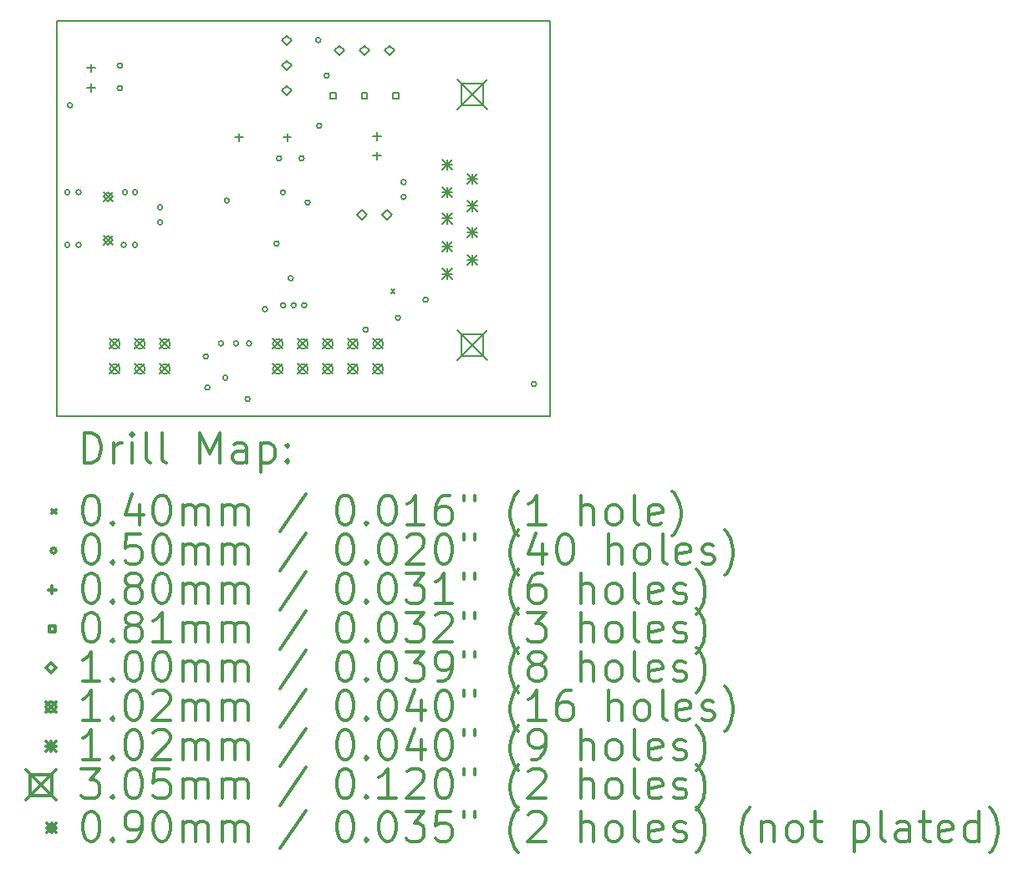
<source format=gbr>
%FSLAX45Y45*%
G04 Gerber Fmt 4.5, Leading zero omitted, Abs format (unit mm)*
G04 Created by KiCad (PCBNEW (2017-01-09 revision c2fb336)-makepkg) date 04/23/17 15:34:30*
%MOMM*%
%LPD*%
G01*
G04 APERTURE LIST*
%ADD10C,0.127000*%
%ADD11C,0.150000*%
%ADD12C,0.200000*%
%ADD13C,0.300000*%
G04 APERTURE END LIST*
D10*
D11*
X13000000Y-8500000D02*
X8000000Y-8500000D01*
X8000000Y-12500000D02*
X13000000Y-12500000D01*
X13000000Y-12500000D02*
X13000000Y-8500000D01*
X8000000Y-8500000D02*
X8000000Y-12500000D01*
D12*
X11384600Y-11219500D02*
X11424600Y-11259500D01*
X11424600Y-11219500D02*
X11384600Y-11259500D01*
X8131300Y-10233300D02*
G75*
G03X8131300Y-10233300I-25000J0D01*
G01*
X8131300Y-10766700D02*
G75*
G03X8131300Y-10766700I-25000J0D01*
G01*
X8159240Y-9351920D02*
G75*
G03X8159240Y-9351920I-25000J0D01*
G01*
X8245600Y-10233300D02*
G75*
G03X8245600Y-10233300I-25000J0D01*
G01*
X8245600Y-10766700D02*
G75*
G03X8245600Y-10766700I-25000J0D01*
G01*
X8664700Y-8950600D02*
G75*
G03X8664700Y-8950600I-25000J0D01*
G01*
X8664700Y-9179200D02*
G75*
G03X8664700Y-9179200I-25000J0D01*
G01*
X8702800Y-10766700D02*
G75*
G03X8702800Y-10766700I-25000J0D01*
G01*
X8715500Y-10233300D02*
G75*
G03X8715500Y-10233300I-25000J0D01*
G01*
X8817099Y-10766700D02*
G75*
G03X8817099Y-10766700I-25000J0D01*
G01*
X8817100Y-10233300D02*
G75*
G03X8817100Y-10233300I-25000J0D01*
G01*
X9071100Y-10385700D02*
G75*
G03X9071100Y-10385700I-25000J0D01*
G01*
X9071100Y-10538100D02*
G75*
G03X9071100Y-10538100I-25000J0D01*
G01*
X9535920Y-11897000D02*
G75*
G03X9535920Y-11897000I-25000J0D01*
G01*
X9551160Y-12211960D02*
G75*
G03X9551160Y-12211960I-25000J0D01*
G01*
X9688320Y-11764920D02*
G75*
G03X9688320Y-11764920I-25000J0D01*
G01*
X9731500Y-12112900D02*
G75*
G03X9731500Y-12112900I-25000J0D01*
G01*
X9747875Y-10318525D02*
G75*
G03X9747875Y-10318525I-25000J0D01*
G01*
X9840720Y-11764920D02*
G75*
G03X9840720Y-11764920I-25000J0D01*
G01*
X9957560Y-12328800D02*
G75*
G03X9957560Y-12328800I-25000J0D01*
G01*
X9972800Y-11764920D02*
G75*
G03X9972800Y-11764920I-25000J0D01*
G01*
X10134200Y-11417300D02*
G75*
G03X10134200Y-11417300I-25000J0D01*
G01*
X10252200Y-10754000D02*
G75*
G03X10252200Y-10754000I-25000J0D01*
G01*
X10277600Y-9890400D02*
G75*
G03X10277600Y-9890400I-25000J0D01*
G01*
X10315700Y-10235000D02*
G75*
G03X10315700Y-10235000I-25000J0D01*
G01*
X10318240Y-11378840D02*
G75*
G03X10318240Y-11378840I-25000J0D01*
G01*
X10394440Y-11104520D02*
G75*
G03X10394440Y-11104520I-25000J0D01*
G01*
X10424920Y-11378840D02*
G75*
G03X10424920Y-11378840I-25000J0D01*
G01*
X10506200Y-9890400D02*
G75*
G03X10506200Y-9890400I-25000J0D01*
G01*
X10531600Y-11378840D02*
G75*
G03X10531600Y-11378840I-25000J0D01*
G01*
X10566000Y-10337800D02*
G75*
G03X10566000Y-10337800I-25000J0D01*
G01*
X10673840Y-8691520D02*
G75*
G03X10673840Y-8691520I-25000J0D01*
G01*
X10684000Y-9560200D02*
G75*
G03X10684000Y-9560200I-25000J0D01*
G01*
X10760200Y-9052200D02*
G75*
G03X10760200Y-9052200I-25000J0D01*
G01*
X11153900Y-11626400D02*
G75*
G03X11153900Y-11626400I-25000J0D01*
G01*
X11480400Y-11506200D02*
G75*
G03X11480400Y-11506200I-25000J0D01*
G01*
X11537440Y-10281560D02*
G75*
G03X11537440Y-10281560I-25000J0D01*
G01*
X11537784Y-10131664D02*
G75*
G03X11537784Y-10131664I-25000J0D01*
G01*
X11760960Y-11322960D02*
G75*
G03X11760960Y-11322960I-25000J0D01*
G01*
X12858240Y-12176400D02*
G75*
G03X12858240Y-12176400I-25000J0D01*
G01*
X8347600Y-8936000D02*
X8347600Y-9016000D01*
X8307600Y-8976000D02*
X8387600Y-8976000D01*
X8347600Y-9136000D02*
X8347600Y-9216000D01*
X8307600Y-9176000D02*
X8387600Y-9176000D01*
X9846200Y-9637400D02*
X9846200Y-9717400D01*
X9806200Y-9677400D02*
X9886200Y-9677400D01*
X10334200Y-9637400D02*
X10334200Y-9717400D01*
X10294200Y-9677400D02*
X10374200Y-9677400D01*
X11243200Y-9625000D02*
X11243200Y-9705000D01*
X11203200Y-9665000D02*
X11283200Y-9665000D01*
X11243200Y-9825000D02*
X11243200Y-9905000D01*
X11203200Y-9865000D02*
X11283200Y-9865000D01*
X10824937Y-9284137D02*
X10824937Y-9226663D01*
X10767463Y-9226663D01*
X10767463Y-9284137D01*
X10824937Y-9284137D01*
X11144937Y-9284137D02*
X11144937Y-9226663D01*
X11087463Y-9226663D01*
X11087463Y-9284137D01*
X11144937Y-9284137D01*
X11464937Y-9284137D02*
X11464937Y-9226663D01*
X11407463Y-9226663D01*
X11407463Y-9284137D01*
X11464937Y-9284137D01*
X10328800Y-8746600D02*
X10378800Y-8696600D01*
X10328800Y-8646600D01*
X10278800Y-8696600D01*
X10328800Y-8746600D01*
X10328800Y-9000600D02*
X10378800Y-8950600D01*
X10328800Y-8900600D01*
X10278800Y-8950600D01*
X10328800Y-9000600D01*
X10328800Y-9254600D02*
X10378800Y-9204600D01*
X10328800Y-9154600D01*
X10278800Y-9204600D01*
X10328800Y-9254600D01*
X10862200Y-8848200D02*
X10912200Y-8798200D01*
X10862200Y-8748200D01*
X10812200Y-8798200D01*
X10862200Y-8848200D01*
X11090800Y-10510000D02*
X11140800Y-10460000D01*
X11090800Y-10410000D01*
X11040800Y-10460000D01*
X11090800Y-10510000D01*
X11116200Y-8848200D02*
X11166200Y-8798200D01*
X11116200Y-8748200D01*
X11066200Y-8798200D01*
X11116200Y-8848200D01*
X11344800Y-10510000D02*
X11394800Y-10460000D01*
X11344800Y-10410000D01*
X11294800Y-10460000D01*
X11344800Y-10510000D01*
X11370200Y-8848200D02*
X11420200Y-8798200D01*
X11370200Y-8748200D01*
X11320200Y-8798200D01*
X11370200Y-8848200D01*
X8538100Y-11719200D02*
X8639700Y-11820800D01*
X8639700Y-11719200D02*
X8538100Y-11820800D01*
X8639700Y-11770000D02*
G75*
G03X8639700Y-11770000I-50800J0D01*
G01*
X8538100Y-11973200D02*
X8639700Y-12074800D01*
X8639700Y-11973200D02*
X8538100Y-12074800D01*
X8639700Y-12024000D02*
G75*
G03X8639700Y-12024000I-50800J0D01*
G01*
X8792100Y-11719200D02*
X8893700Y-11820800D01*
X8893700Y-11719200D02*
X8792100Y-11820800D01*
X8893700Y-11770000D02*
G75*
G03X8893700Y-11770000I-50800J0D01*
G01*
X8792100Y-11973200D02*
X8893700Y-12074800D01*
X8893700Y-11973200D02*
X8792100Y-12074800D01*
X8893700Y-12024000D02*
G75*
G03X8893700Y-12024000I-50800J0D01*
G01*
X9046100Y-11719200D02*
X9147700Y-11820800D01*
X9147700Y-11719200D02*
X9046100Y-11820800D01*
X9147700Y-11770000D02*
G75*
G03X9147700Y-11770000I-50800J0D01*
G01*
X9046100Y-11973200D02*
X9147700Y-12074800D01*
X9147700Y-11973200D02*
X9046100Y-12074800D01*
X9147700Y-12024000D02*
G75*
G03X9147700Y-12024000I-50800J0D01*
G01*
X10189100Y-11719200D02*
X10290700Y-11820800D01*
X10290700Y-11719200D02*
X10189100Y-11820800D01*
X10290700Y-11770000D02*
G75*
G03X10290700Y-11770000I-50800J0D01*
G01*
X10189100Y-11973200D02*
X10290700Y-12074800D01*
X10290700Y-11973200D02*
X10189100Y-12074800D01*
X10290700Y-12024000D02*
G75*
G03X10290700Y-12024000I-50800J0D01*
G01*
X10443100Y-11719200D02*
X10544700Y-11820800D01*
X10544700Y-11719200D02*
X10443100Y-11820800D01*
X10544700Y-11770000D02*
G75*
G03X10544700Y-11770000I-50800J0D01*
G01*
X10443100Y-11973200D02*
X10544700Y-12074800D01*
X10544700Y-11973200D02*
X10443100Y-12074800D01*
X10544700Y-12024000D02*
G75*
G03X10544700Y-12024000I-50800J0D01*
G01*
X10697100Y-11719200D02*
X10798700Y-11820800D01*
X10798700Y-11719200D02*
X10697100Y-11820800D01*
X10798700Y-11770000D02*
G75*
G03X10798700Y-11770000I-50800J0D01*
G01*
X10697100Y-11973200D02*
X10798700Y-12074800D01*
X10798700Y-11973200D02*
X10697100Y-12074800D01*
X10798700Y-12024000D02*
G75*
G03X10798700Y-12024000I-50800J0D01*
G01*
X10951100Y-11719200D02*
X11052700Y-11820800D01*
X11052700Y-11719200D02*
X10951100Y-11820800D01*
X11052700Y-11770000D02*
G75*
G03X11052700Y-11770000I-50800J0D01*
G01*
X10951100Y-11973200D02*
X11052700Y-12074800D01*
X11052700Y-11973200D02*
X10951100Y-12074800D01*
X11052700Y-12024000D02*
G75*
G03X11052700Y-12024000I-50800J0D01*
G01*
X11205100Y-11719200D02*
X11306700Y-11820800D01*
X11306700Y-11719200D02*
X11205100Y-11820800D01*
X11306700Y-11770000D02*
G75*
G03X11306700Y-11770000I-50800J0D01*
G01*
X11205100Y-11973200D02*
X11306700Y-12074800D01*
X11306700Y-11973200D02*
X11205100Y-12074800D01*
X11306700Y-12024000D02*
G75*
G03X11306700Y-12024000I-50800J0D01*
G01*
X11903400Y-9903000D02*
X12005400Y-10005000D01*
X12005400Y-9903000D02*
X11903400Y-10005000D01*
X11954400Y-9903000D02*
X11954400Y-10005000D01*
X11903400Y-9954000D02*
X12005400Y-9954000D01*
X11903400Y-10182000D02*
X12005400Y-10284000D01*
X12005400Y-10182000D02*
X11903400Y-10284000D01*
X11954400Y-10182000D02*
X11954400Y-10284000D01*
X11903400Y-10233000D02*
X12005400Y-10233000D01*
X11903400Y-10449000D02*
X12005400Y-10551000D01*
X12005400Y-10449000D02*
X11903400Y-10551000D01*
X11954400Y-10449000D02*
X11954400Y-10551000D01*
X11903400Y-10500000D02*
X12005400Y-10500000D01*
X11903400Y-10729000D02*
X12005400Y-10831000D01*
X12005400Y-10729000D02*
X11903400Y-10831000D01*
X11954400Y-10729000D02*
X11954400Y-10831000D01*
X11903400Y-10780000D02*
X12005400Y-10780000D01*
X11903400Y-11008000D02*
X12005400Y-11110000D01*
X12005400Y-11008000D02*
X11903400Y-11110000D01*
X11954400Y-11008000D02*
X11954400Y-11110000D01*
X11903400Y-11059000D02*
X12005400Y-11059000D01*
X12157400Y-10043000D02*
X12259400Y-10145000D01*
X12259400Y-10043000D02*
X12157400Y-10145000D01*
X12208400Y-10043000D02*
X12208400Y-10145000D01*
X12157400Y-10094000D02*
X12259400Y-10094000D01*
X12157400Y-10322000D02*
X12259400Y-10424000D01*
X12259400Y-10322000D02*
X12157400Y-10424000D01*
X12208400Y-10322000D02*
X12208400Y-10424000D01*
X12157400Y-10373000D02*
X12259400Y-10373000D01*
X12157400Y-10589000D02*
X12259400Y-10691000D01*
X12259400Y-10589000D02*
X12157400Y-10691000D01*
X12208400Y-10589000D02*
X12208400Y-10691000D01*
X12157400Y-10640000D02*
X12259400Y-10640000D01*
X12157400Y-10868000D02*
X12259400Y-10970000D01*
X12259400Y-10868000D02*
X12157400Y-10970000D01*
X12208400Y-10868000D02*
X12208400Y-10970000D01*
X12157400Y-10919000D02*
X12259400Y-10919000D01*
X12055900Y-9090500D02*
X12360900Y-9395500D01*
X12360900Y-9090500D02*
X12055900Y-9395500D01*
X12316235Y-9350835D02*
X12316235Y-9135165D01*
X12100565Y-9135165D01*
X12100565Y-9350835D01*
X12316235Y-9350835D01*
X12055900Y-11630500D02*
X12360900Y-11935500D01*
X12360900Y-11630500D02*
X12055900Y-11935500D01*
X12316235Y-11890835D02*
X12316235Y-11675165D01*
X12100565Y-11675165D01*
X12100565Y-11890835D01*
X12316235Y-11890835D01*
X8475000Y-10235000D02*
X8565000Y-10325000D01*
X8565000Y-10235000D02*
X8475000Y-10325000D01*
X8520000Y-10325000D02*
X8565000Y-10280000D01*
X8520000Y-10235000D01*
X8475000Y-10280000D01*
X8520000Y-10325000D01*
X8475000Y-10675000D02*
X8565000Y-10765000D01*
X8565000Y-10675000D02*
X8475000Y-10765000D01*
X8520000Y-10765000D02*
X8565000Y-10720000D01*
X8520000Y-10675000D01*
X8475000Y-10720000D01*
X8520000Y-10765000D01*
D13*
X8278928Y-12973214D02*
X8278928Y-12673214D01*
X8350357Y-12673214D01*
X8393214Y-12687500D01*
X8421786Y-12716071D01*
X8436071Y-12744643D01*
X8450357Y-12801786D01*
X8450357Y-12844643D01*
X8436071Y-12901786D01*
X8421786Y-12930357D01*
X8393214Y-12958929D01*
X8350357Y-12973214D01*
X8278928Y-12973214D01*
X8578928Y-12973214D02*
X8578928Y-12773214D01*
X8578928Y-12830357D02*
X8593214Y-12801786D01*
X8607500Y-12787500D01*
X8636071Y-12773214D01*
X8664643Y-12773214D01*
X8764643Y-12973214D02*
X8764643Y-12773214D01*
X8764643Y-12673214D02*
X8750357Y-12687500D01*
X8764643Y-12701786D01*
X8778928Y-12687500D01*
X8764643Y-12673214D01*
X8764643Y-12701786D01*
X8950357Y-12973214D02*
X8921786Y-12958929D01*
X8907500Y-12930357D01*
X8907500Y-12673214D01*
X9107500Y-12973214D02*
X9078928Y-12958929D01*
X9064643Y-12930357D01*
X9064643Y-12673214D01*
X9450357Y-12973214D02*
X9450357Y-12673214D01*
X9550357Y-12887500D01*
X9650357Y-12673214D01*
X9650357Y-12973214D01*
X9921786Y-12973214D02*
X9921786Y-12816071D01*
X9907500Y-12787500D01*
X9878928Y-12773214D01*
X9821786Y-12773214D01*
X9793214Y-12787500D01*
X9921786Y-12958929D02*
X9893214Y-12973214D01*
X9821786Y-12973214D01*
X9793214Y-12958929D01*
X9778928Y-12930357D01*
X9778928Y-12901786D01*
X9793214Y-12873214D01*
X9821786Y-12858929D01*
X9893214Y-12858929D01*
X9921786Y-12844643D01*
X10064643Y-12773214D02*
X10064643Y-13073214D01*
X10064643Y-12787500D02*
X10093214Y-12773214D01*
X10150357Y-12773214D01*
X10178928Y-12787500D01*
X10193214Y-12801786D01*
X10207500Y-12830357D01*
X10207500Y-12916071D01*
X10193214Y-12944643D01*
X10178928Y-12958929D01*
X10150357Y-12973214D01*
X10093214Y-12973214D01*
X10064643Y-12958929D01*
X10336071Y-12944643D02*
X10350357Y-12958929D01*
X10336071Y-12973214D01*
X10321786Y-12958929D01*
X10336071Y-12944643D01*
X10336071Y-12973214D01*
X10336071Y-12787500D02*
X10350357Y-12801786D01*
X10336071Y-12816071D01*
X10321786Y-12801786D01*
X10336071Y-12787500D01*
X10336071Y-12816071D01*
X7952500Y-13447500D02*
X7992500Y-13487500D01*
X7992500Y-13447500D02*
X7952500Y-13487500D01*
X8336071Y-13303214D02*
X8364643Y-13303214D01*
X8393214Y-13317500D01*
X8407500Y-13331786D01*
X8421786Y-13360357D01*
X8436071Y-13417500D01*
X8436071Y-13488929D01*
X8421786Y-13546071D01*
X8407500Y-13574643D01*
X8393214Y-13588929D01*
X8364643Y-13603214D01*
X8336071Y-13603214D01*
X8307500Y-13588929D01*
X8293214Y-13574643D01*
X8278928Y-13546071D01*
X8264643Y-13488929D01*
X8264643Y-13417500D01*
X8278928Y-13360357D01*
X8293214Y-13331786D01*
X8307500Y-13317500D01*
X8336071Y-13303214D01*
X8564643Y-13574643D02*
X8578928Y-13588929D01*
X8564643Y-13603214D01*
X8550357Y-13588929D01*
X8564643Y-13574643D01*
X8564643Y-13603214D01*
X8836071Y-13403214D02*
X8836071Y-13603214D01*
X8764643Y-13288929D02*
X8693214Y-13503214D01*
X8878928Y-13503214D01*
X9050357Y-13303214D02*
X9078928Y-13303214D01*
X9107500Y-13317500D01*
X9121786Y-13331786D01*
X9136071Y-13360357D01*
X9150357Y-13417500D01*
X9150357Y-13488929D01*
X9136071Y-13546071D01*
X9121786Y-13574643D01*
X9107500Y-13588929D01*
X9078928Y-13603214D01*
X9050357Y-13603214D01*
X9021786Y-13588929D01*
X9007500Y-13574643D01*
X8993214Y-13546071D01*
X8978928Y-13488929D01*
X8978928Y-13417500D01*
X8993214Y-13360357D01*
X9007500Y-13331786D01*
X9021786Y-13317500D01*
X9050357Y-13303214D01*
X9278928Y-13603214D02*
X9278928Y-13403214D01*
X9278928Y-13431786D02*
X9293214Y-13417500D01*
X9321786Y-13403214D01*
X9364643Y-13403214D01*
X9393214Y-13417500D01*
X9407500Y-13446071D01*
X9407500Y-13603214D01*
X9407500Y-13446071D02*
X9421786Y-13417500D01*
X9450357Y-13403214D01*
X9493214Y-13403214D01*
X9521786Y-13417500D01*
X9536071Y-13446071D01*
X9536071Y-13603214D01*
X9678928Y-13603214D02*
X9678928Y-13403214D01*
X9678928Y-13431786D02*
X9693214Y-13417500D01*
X9721786Y-13403214D01*
X9764643Y-13403214D01*
X9793214Y-13417500D01*
X9807500Y-13446071D01*
X9807500Y-13603214D01*
X9807500Y-13446071D02*
X9821786Y-13417500D01*
X9850357Y-13403214D01*
X9893214Y-13403214D01*
X9921786Y-13417500D01*
X9936071Y-13446071D01*
X9936071Y-13603214D01*
X10521786Y-13288929D02*
X10264643Y-13674643D01*
X10907500Y-13303214D02*
X10936071Y-13303214D01*
X10964643Y-13317500D01*
X10978928Y-13331786D01*
X10993214Y-13360357D01*
X11007500Y-13417500D01*
X11007500Y-13488929D01*
X10993214Y-13546071D01*
X10978928Y-13574643D01*
X10964643Y-13588929D01*
X10936071Y-13603214D01*
X10907500Y-13603214D01*
X10878928Y-13588929D01*
X10864643Y-13574643D01*
X10850357Y-13546071D01*
X10836071Y-13488929D01*
X10836071Y-13417500D01*
X10850357Y-13360357D01*
X10864643Y-13331786D01*
X10878928Y-13317500D01*
X10907500Y-13303214D01*
X11136071Y-13574643D02*
X11150357Y-13588929D01*
X11136071Y-13603214D01*
X11121786Y-13588929D01*
X11136071Y-13574643D01*
X11136071Y-13603214D01*
X11336071Y-13303214D02*
X11364643Y-13303214D01*
X11393214Y-13317500D01*
X11407500Y-13331786D01*
X11421786Y-13360357D01*
X11436071Y-13417500D01*
X11436071Y-13488929D01*
X11421786Y-13546071D01*
X11407500Y-13574643D01*
X11393214Y-13588929D01*
X11364643Y-13603214D01*
X11336071Y-13603214D01*
X11307500Y-13588929D01*
X11293214Y-13574643D01*
X11278928Y-13546071D01*
X11264643Y-13488929D01*
X11264643Y-13417500D01*
X11278928Y-13360357D01*
X11293214Y-13331786D01*
X11307500Y-13317500D01*
X11336071Y-13303214D01*
X11721786Y-13603214D02*
X11550357Y-13603214D01*
X11636071Y-13603214D02*
X11636071Y-13303214D01*
X11607500Y-13346071D01*
X11578928Y-13374643D01*
X11550357Y-13388929D01*
X11978928Y-13303214D02*
X11921786Y-13303214D01*
X11893214Y-13317500D01*
X11878928Y-13331786D01*
X11850357Y-13374643D01*
X11836071Y-13431786D01*
X11836071Y-13546071D01*
X11850357Y-13574643D01*
X11864643Y-13588929D01*
X11893214Y-13603214D01*
X11950357Y-13603214D01*
X11978928Y-13588929D01*
X11993214Y-13574643D01*
X12007500Y-13546071D01*
X12007500Y-13474643D01*
X11993214Y-13446071D01*
X11978928Y-13431786D01*
X11950357Y-13417500D01*
X11893214Y-13417500D01*
X11864643Y-13431786D01*
X11850357Y-13446071D01*
X11836071Y-13474643D01*
X12121786Y-13303214D02*
X12121786Y-13360357D01*
X12236071Y-13303214D02*
X12236071Y-13360357D01*
X12678928Y-13717500D02*
X12664643Y-13703214D01*
X12636071Y-13660357D01*
X12621786Y-13631786D01*
X12607500Y-13588929D01*
X12593214Y-13517500D01*
X12593214Y-13460357D01*
X12607500Y-13388929D01*
X12621786Y-13346071D01*
X12636071Y-13317500D01*
X12664643Y-13274643D01*
X12678928Y-13260357D01*
X12950357Y-13603214D02*
X12778928Y-13603214D01*
X12864643Y-13603214D02*
X12864643Y-13303214D01*
X12836071Y-13346071D01*
X12807500Y-13374643D01*
X12778928Y-13388929D01*
X13307500Y-13603214D02*
X13307500Y-13303214D01*
X13436071Y-13603214D02*
X13436071Y-13446071D01*
X13421786Y-13417500D01*
X13393214Y-13403214D01*
X13350357Y-13403214D01*
X13321786Y-13417500D01*
X13307500Y-13431786D01*
X13621786Y-13603214D02*
X13593214Y-13588929D01*
X13578928Y-13574643D01*
X13564643Y-13546071D01*
X13564643Y-13460357D01*
X13578928Y-13431786D01*
X13593214Y-13417500D01*
X13621786Y-13403214D01*
X13664643Y-13403214D01*
X13693214Y-13417500D01*
X13707500Y-13431786D01*
X13721786Y-13460357D01*
X13721786Y-13546071D01*
X13707500Y-13574643D01*
X13693214Y-13588929D01*
X13664643Y-13603214D01*
X13621786Y-13603214D01*
X13893214Y-13603214D02*
X13864643Y-13588929D01*
X13850357Y-13560357D01*
X13850357Y-13303214D01*
X14121786Y-13588929D02*
X14093214Y-13603214D01*
X14036071Y-13603214D01*
X14007500Y-13588929D01*
X13993214Y-13560357D01*
X13993214Y-13446071D01*
X14007500Y-13417500D01*
X14036071Y-13403214D01*
X14093214Y-13403214D01*
X14121786Y-13417500D01*
X14136071Y-13446071D01*
X14136071Y-13474643D01*
X13993214Y-13503214D01*
X14236071Y-13717500D02*
X14250357Y-13703214D01*
X14278928Y-13660357D01*
X14293214Y-13631786D01*
X14307500Y-13588929D01*
X14321786Y-13517500D01*
X14321786Y-13460357D01*
X14307500Y-13388929D01*
X14293214Y-13346071D01*
X14278928Y-13317500D01*
X14250357Y-13274643D01*
X14236071Y-13260357D01*
X7992500Y-13863500D02*
G75*
G03X7992500Y-13863500I-25000J0D01*
G01*
X8336071Y-13699214D02*
X8364643Y-13699214D01*
X8393214Y-13713500D01*
X8407500Y-13727786D01*
X8421786Y-13756357D01*
X8436071Y-13813500D01*
X8436071Y-13884929D01*
X8421786Y-13942071D01*
X8407500Y-13970643D01*
X8393214Y-13984929D01*
X8364643Y-13999214D01*
X8336071Y-13999214D01*
X8307500Y-13984929D01*
X8293214Y-13970643D01*
X8278928Y-13942071D01*
X8264643Y-13884929D01*
X8264643Y-13813500D01*
X8278928Y-13756357D01*
X8293214Y-13727786D01*
X8307500Y-13713500D01*
X8336071Y-13699214D01*
X8564643Y-13970643D02*
X8578928Y-13984929D01*
X8564643Y-13999214D01*
X8550357Y-13984929D01*
X8564643Y-13970643D01*
X8564643Y-13999214D01*
X8850357Y-13699214D02*
X8707500Y-13699214D01*
X8693214Y-13842071D01*
X8707500Y-13827786D01*
X8736071Y-13813500D01*
X8807500Y-13813500D01*
X8836071Y-13827786D01*
X8850357Y-13842071D01*
X8864643Y-13870643D01*
X8864643Y-13942071D01*
X8850357Y-13970643D01*
X8836071Y-13984929D01*
X8807500Y-13999214D01*
X8736071Y-13999214D01*
X8707500Y-13984929D01*
X8693214Y-13970643D01*
X9050357Y-13699214D02*
X9078928Y-13699214D01*
X9107500Y-13713500D01*
X9121786Y-13727786D01*
X9136071Y-13756357D01*
X9150357Y-13813500D01*
X9150357Y-13884929D01*
X9136071Y-13942071D01*
X9121786Y-13970643D01*
X9107500Y-13984929D01*
X9078928Y-13999214D01*
X9050357Y-13999214D01*
X9021786Y-13984929D01*
X9007500Y-13970643D01*
X8993214Y-13942071D01*
X8978928Y-13884929D01*
X8978928Y-13813500D01*
X8993214Y-13756357D01*
X9007500Y-13727786D01*
X9021786Y-13713500D01*
X9050357Y-13699214D01*
X9278928Y-13999214D02*
X9278928Y-13799214D01*
X9278928Y-13827786D02*
X9293214Y-13813500D01*
X9321786Y-13799214D01*
X9364643Y-13799214D01*
X9393214Y-13813500D01*
X9407500Y-13842071D01*
X9407500Y-13999214D01*
X9407500Y-13842071D02*
X9421786Y-13813500D01*
X9450357Y-13799214D01*
X9493214Y-13799214D01*
X9521786Y-13813500D01*
X9536071Y-13842071D01*
X9536071Y-13999214D01*
X9678928Y-13999214D02*
X9678928Y-13799214D01*
X9678928Y-13827786D02*
X9693214Y-13813500D01*
X9721786Y-13799214D01*
X9764643Y-13799214D01*
X9793214Y-13813500D01*
X9807500Y-13842071D01*
X9807500Y-13999214D01*
X9807500Y-13842071D02*
X9821786Y-13813500D01*
X9850357Y-13799214D01*
X9893214Y-13799214D01*
X9921786Y-13813500D01*
X9936071Y-13842071D01*
X9936071Y-13999214D01*
X10521786Y-13684929D02*
X10264643Y-14070643D01*
X10907500Y-13699214D02*
X10936071Y-13699214D01*
X10964643Y-13713500D01*
X10978928Y-13727786D01*
X10993214Y-13756357D01*
X11007500Y-13813500D01*
X11007500Y-13884929D01*
X10993214Y-13942071D01*
X10978928Y-13970643D01*
X10964643Y-13984929D01*
X10936071Y-13999214D01*
X10907500Y-13999214D01*
X10878928Y-13984929D01*
X10864643Y-13970643D01*
X10850357Y-13942071D01*
X10836071Y-13884929D01*
X10836071Y-13813500D01*
X10850357Y-13756357D01*
X10864643Y-13727786D01*
X10878928Y-13713500D01*
X10907500Y-13699214D01*
X11136071Y-13970643D02*
X11150357Y-13984929D01*
X11136071Y-13999214D01*
X11121786Y-13984929D01*
X11136071Y-13970643D01*
X11136071Y-13999214D01*
X11336071Y-13699214D02*
X11364643Y-13699214D01*
X11393214Y-13713500D01*
X11407500Y-13727786D01*
X11421786Y-13756357D01*
X11436071Y-13813500D01*
X11436071Y-13884929D01*
X11421786Y-13942071D01*
X11407500Y-13970643D01*
X11393214Y-13984929D01*
X11364643Y-13999214D01*
X11336071Y-13999214D01*
X11307500Y-13984929D01*
X11293214Y-13970643D01*
X11278928Y-13942071D01*
X11264643Y-13884929D01*
X11264643Y-13813500D01*
X11278928Y-13756357D01*
X11293214Y-13727786D01*
X11307500Y-13713500D01*
X11336071Y-13699214D01*
X11550357Y-13727786D02*
X11564643Y-13713500D01*
X11593214Y-13699214D01*
X11664643Y-13699214D01*
X11693214Y-13713500D01*
X11707500Y-13727786D01*
X11721786Y-13756357D01*
X11721786Y-13784929D01*
X11707500Y-13827786D01*
X11536071Y-13999214D01*
X11721786Y-13999214D01*
X11907500Y-13699214D02*
X11936071Y-13699214D01*
X11964643Y-13713500D01*
X11978928Y-13727786D01*
X11993214Y-13756357D01*
X12007500Y-13813500D01*
X12007500Y-13884929D01*
X11993214Y-13942071D01*
X11978928Y-13970643D01*
X11964643Y-13984929D01*
X11936071Y-13999214D01*
X11907500Y-13999214D01*
X11878928Y-13984929D01*
X11864643Y-13970643D01*
X11850357Y-13942071D01*
X11836071Y-13884929D01*
X11836071Y-13813500D01*
X11850357Y-13756357D01*
X11864643Y-13727786D01*
X11878928Y-13713500D01*
X11907500Y-13699214D01*
X12121786Y-13699214D02*
X12121786Y-13756357D01*
X12236071Y-13699214D02*
X12236071Y-13756357D01*
X12678928Y-14113500D02*
X12664643Y-14099214D01*
X12636071Y-14056357D01*
X12621786Y-14027786D01*
X12607500Y-13984929D01*
X12593214Y-13913500D01*
X12593214Y-13856357D01*
X12607500Y-13784929D01*
X12621786Y-13742071D01*
X12636071Y-13713500D01*
X12664643Y-13670643D01*
X12678928Y-13656357D01*
X12921786Y-13799214D02*
X12921786Y-13999214D01*
X12850357Y-13684929D02*
X12778928Y-13899214D01*
X12964643Y-13899214D01*
X13136071Y-13699214D02*
X13164643Y-13699214D01*
X13193214Y-13713500D01*
X13207500Y-13727786D01*
X13221786Y-13756357D01*
X13236071Y-13813500D01*
X13236071Y-13884929D01*
X13221786Y-13942071D01*
X13207500Y-13970643D01*
X13193214Y-13984929D01*
X13164643Y-13999214D01*
X13136071Y-13999214D01*
X13107500Y-13984929D01*
X13093214Y-13970643D01*
X13078928Y-13942071D01*
X13064643Y-13884929D01*
X13064643Y-13813500D01*
X13078928Y-13756357D01*
X13093214Y-13727786D01*
X13107500Y-13713500D01*
X13136071Y-13699214D01*
X13593214Y-13999214D02*
X13593214Y-13699214D01*
X13721786Y-13999214D02*
X13721786Y-13842071D01*
X13707500Y-13813500D01*
X13678928Y-13799214D01*
X13636071Y-13799214D01*
X13607500Y-13813500D01*
X13593214Y-13827786D01*
X13907500Y-13999214D02*
X13878928Y-13984929D01*
X13864643Y-13970643D01*
X13850357Y-13942071D01*
X13850357Y-13856357D01*
X13864643Y-13827786D01*
X13878928Y-13813500D01*
X13907500Y-13799214D01*
X13950357Y-13799214D01*
X13978928Y-13813500D01*
X13993214Y-13827786D01*
X14007500Y-13856357D01*
X14007500Y-13942071D01*
X13993214Y-13970643D01*
X13978928Y-13984929D01*
X13950357Y-13999214D01*
X13907500Y-13999214D01*
X14178928Y-13999214D02*
X14150357Y-13984929D01*
X14136071Y-13956357D01*
X14136071Y-13699214D01*
X14407500Y-13984929D02*
X14378928Y-13999214D01*
X14321786Y-13999214D01*
X14293214Y-13984929D01*
X14278928Y-13956357D01*
X14278928Y-13842071D01*
X14293214Y-13813500D01*
X14321786Y-13799214D01*
X14378928Y-13799214D01*
X14407500Y-13813500D01*
X14421786Y-13842071D01*
X14421786Y-13870643D01*
X14278928Y-13899214D01*
X14536071Y-13984929D02*
X14564643Y-13999214D01*
X14621786Y-13999214D01*
X14650357Y-13984929D01*
X14664643Y-13956357D01*
X14664643Y-13942071D01*
X14650357Y-13913500D01*
X14621786Y-13899214D01*
X14578928Y-13899214D01*
X14550357Y-13884929D01*
X14536071Y-13856357D01*
X14536071Y-13842071D01*
X14550357Y-13813500D01*
X14578928Y-13799214D01*
X14621786Y-13799214D01*
X14650357Y-13813500D01*
X14764643Y-14113500D02*
X14778928Y-14099214D01*
X14807500Y-14056357D01*
X14821786Y-14027786D01*
X14836071Y-13984929D01*
X14850357Y-13913500D01*
X14850357Y-13856357D01*
X14836071Y-13784929D01*
X14821786Y-13742071D01*
X14807500Y-13713500D01*
X14778928Y-13670643D01*
X14764643Y-13656357D01*
X7952500Y-14219500D02*
X7952500Y-14299500D01*
X7912500Y-14259500D02*
X7992500Y-14259500D01*
X8336071Y-14095214D02*
X8364643Y-14095214D01*
X8393214Y-14109500D01*
X8407500Y-14123786D01*
X8421786Y-14152357D01*
X8436071Y-14209500D01*
X8436071Y-14280929D01*
X8421786Y-14338071D01*
X8407500Y-14366643D01*
X8393214Y-14380929D01*
X8364643Y-14395214D01*
X8336071Y-14395214D01*
X8307500Y-14380929D01*
X8293214Y-14366643D01*
X8278928Y-14338071D01*
X8264643Y-14280929D01*
X8264643Y-14209500D01*
X8278928Y-14152357D01*
X8293214Y-14123786D01*
X8307500Y-14109500D01*
X8336071Y-14095214D01*
X8564643Y-14366643D02*
X8578928Y-14380929D01*
X8564643Y-14395214D01*
X8550357Y-14380929D01*
X8564643Y-14366643D01*
X8564643Y-14395214D01*
X8750357Y-14223786D02*
X8721786Y-14209500D01*
X8707500Y-14195214D01*
X8693214Y-14166643D01*
X8693214Y-14152357D01*
X8707500Y-14123786D01*
X8721786Y-14109500D01*
X8750357Y-14095214D01*
X8807500Y-14095214D01*
X8836071Y-14109500D01*
X8850357Y-14123786D01*
X8864643Y-14152357D01*
X8864643Y-14166643D01*
X8850357Y-14195214D01*
X8836071Y-14209500D01*
X8807500Y-14223786D01*
X8750357Y-14223786D01*
X8721786Y-14238071D01*
X8707500Y-14252357D01*
X8693214Y-14280929D01*
X8693214Y-14338071D01*
X8707500Y-14366643D01*
X8721786Y-14380929D01*
X8750357Y-14395214D01*
X8807500Y-14395214D01*
X8836071Y-14380929D01*
X8850357Y-14366643D01*
X8864643Y-14338071D01*
X8864643Y-14280929D01*
X8850357Y-14252357D01*
X8836071Y-14238071D01*
X8807500Y-14223786D01*
X9050357Y-14095214D02*
X9078928Y-14095214D01*
X9107500Y-14109500D01*
X9121786Y-14123786D01*
X9136071Y-14152357D01*
X9150357Y-14209500D01*
X9150357Y-14280929D01*
X9136071Y-14338071D01*
X9121786Y-14366643D01*
X9107500Y-14380929D01*
X9078928Y-14395214D01*
X9050357Y-14395214D01*
X9021786Y-14380929D01*
X9007500Y-14366643D01*
X8993214Y-14338071D01*
X8978928Y-14280929D01*
X8978928Y-14209500D01*
X8993214Y-14152357D01*
X9007500Y-14123786D01*
X9021786Y-14109500D01*
X9050357Y-14095214D01*
X9278928Y-14395214D02*
X9278928Y-14195214D01*
X9278928Y-14223786D02*
X9293214Y-14209500D01*
X9321786Y-14195214D01*
X9364643Y-14195214D01*
X9393214Y-14209500D01*
X9407500Y-14238071D01*
X9407500Y-14395214D01*
X9407500Y-14238071D02*
X9421786Y-14209500D01*
X9450357Y-14195214D01*
X9493214Y-14195214D01*
X9521786Y-14209500D01*
X9536071Y-14238071D01*
X9536071Y-14395214D01*
X9678928Y-14395214D02*
X9678928Y-14195214D01*
X9678928Y-14223786D02*
X9693214Y-14209500D01*
X9721786Y-14195214D01*
X9764643Y-14195214D01*
X9793214Y-14209500D01*
X9807500Y-14238071D01*
X9807500Y-14395214D01*
X9807500Y-14238071D02*
X9821786Y-14209500D01*
X9850357Y-14195214D01*
X9893214Y-14195214D01*
X9921786Y-14209500D01*
X9936071Y-14238071D01*
X9936071Y-14395214D01*
X10521786Y-14080929D02*
X10264643Y-14466643D01*
X10907500Y-14095214D02*
X10936071Y-14095214D01*
X10964643Y-14109500D01*
X10978928Y-14123786D01*
X10993214Y-14152357D01*
X11007500Y-14209500D01*
X11007500Y-14280929D01*
X10993214Y-14338071D01*
X10978928Y-14366643D01*
X10964643Y-14380929D01*
X10936071Y-14395214D01*
X10907500Y-14395214D01*
X10878928Y-14380929D01*
X10864643Y-14366643D01*
X10850357Y-14338071D01*
X10836071Y-14280929D01*
X10836071Y-14209500D01*
X10850357Y-14152357D01*
X10864643Y-14123786D01*
X10878928Y-14109500D01*
X10907500Y-14095214D01*
X11136071Y-14366643D02*
X11150357Y-14380929D01*
X11136071Y-14395214D01*
X11121786Y-14380929D01*
X11136071Y-14366643D01*
X11136071Y-14395214D01*
X11336071Y-14095214D02*
X11364643Y-14095214D01*
X11393214Y-14109500D01*
X11407500Y-14123786D01*
X11421786Y-14152357D01*
X11436071Y-14209500D01*
X11436071Y-14280929D01*
X11421786Y-14338071D01*
X11407500Y-14366643D01*
X11393214Y-14380929D01*
X11364643Y-14395214D01*
X11336071Y-14395214D01*
X11307500Y-14380929D01*
X11293214Y-14366643D01*
X11278928Y-14338071D01*
X11264643Y-14280929D01*
X11264643Y-14209500D01*
X11278928Y-14152357D01*
X11293214Y-14123786D01*
X11307500Y-14109500D01*
X11336071Y-14095214D01*
X11536071Y-14095214D02*
X11721786Y-14095214D01*
X11621786Y-14209500D01*
X11664643Y-14209500D01*
X11693214Y-14223786D01*
X11707500Y-14238071D01*
X11721786Y-14266643D01*
X11721786Y-14338071D01*
X11707500Y-14366643D01*
X11693214Y-14380929D01*
X11664643Y-14395214D01*
X11578928Y-14395214D01*
X11550357Y-14380929D01*
X11536071Y-14366643D01*
X12007500Y-14395214D02*
X11836071Y-14395214D01*
X11921786Y-14395214D02*
X11921786Y-14095214D01*
X11893214Y-14138071D01*
X11864643Y-14166643D01*
X11836071Y-14180929D01*
X12121786Y-14095214D02*
X12121786Y-14152357D01*
X12236071Y-14095214D02*
X12236071Y-14152357D01*
X12678928Y-14509500D02*
X12664643Y-14495214D01*
X12636071Y-14452357D01*
X12621786Y-14423786D01*
X12607500Y-14380929D01*
X12593214Y-14309500D01*
X12593214Y-14252357D01*
X12607500Y-14180929D01*
X12621786Y-14138071D01*
X12636071Y-14109500D01*
X12664643Y-14066643D01*
X12678928Y-14052357D01*
X12921786Y-14095214D02*
X12864643Y-14095214D01*
X12836071Y-14109500D01*
X12821786Y-14123786D01*
X12793214Y-14166643D01*
X12778928Y-14223786D01*
X12778928Y-14338071D01*
X12793214Y-14366643D01*
X12807500Y-14380929D01*
X12836071Y-14395214D01*
X12893214Y-14395214D01*
X12921786Y-14380929D01*
X12936071Y-14366643D01*
X12950357Y-14338071D01*
X12950357Y-14266643D01*
X12936071Y-14238071D01*
X12921786Y-14223786D01*
X12893214Y-14209500D01*
X12836071Y-14209500D01*
X12807500Y-14223786D01*
X12793214Y-14238071D01*
X12778928Y-14266643D01*
X13307500Y-14395214D02*
X13307500Y-14095214D01*
X13436071Y-14395214D02*
X13436071Y-14238071D01*
X13421786Y-14209500D01*
X13393214Y-14195214D01*
X13350357Y-14195214D01*
X13321786Y-14209500D01*
X13307500Y-14223786D01*
X13621786Y-14395214D02*
X13593214Y-14380929D01*
X13578928Y-14366643D01*
X13564643Y-14338071D01*
X13564643Y-14252357D01*
X13578928Y-14223786D01*
X13593214Y-14209500D01*
X13621786Y-14195214D01*
X13664643Y-14195214D01*
X13693214Y-14209500D01*
X13707500Y-14223786D01*
X13721786Y-14252357D01*
X13721786Y-14338071D01*
X13707500Y-14366643D01*
X13693214Y-14380929D01*
X13664643Y-14395214D01*
X13621786Y-14395214D01*
X13893214Y-14395214D02*
X13864643Y-14380929D01*
X13850357Y-14352357D01*
X13850357Y-14095214D01*
X14121786Y-14380929D02*
X14093214Y-14395214D01*
X14036071Y-14395214D01*
X14007500Y-14380929D01*
X13993214Y-14352357D01*
X13993214Y-14238071D01*
X14007500Y-14209500D01*
X14036071Y-14195214D01*
X14093214Y-14195214D01*
X14121786Y-14209500D01*
X14136071Y-14238071D01*
X14136071Y-14266643D01*
X13993214Y-14295214D01*
X14250357Y-14380929D02*
X14278928Y-14395214D01*
X14336071Y-14395214D01*
X14364643Y-14380929D01*
X14378928Y-14352357D01*
X14378928Y-14338071D01*
X14364643Y-14309500D01*
X14336071Y-14295214D01*
X14293214Y-14295214D01*
X14264643Y-14280929D01*
X14250357Y-14252357D01*
X14250357Y-14238071D01*
X14264643Y-14209500D01*
X14293214Y-14195214D01*
X14336071Y-14195214D01*
X14364643Y-14209500D01*
X14478928Y-14509500D02*
X14493214Y-14495214D01*
X14521786Y-14452357D01*
X14536071Y-14423786D01*
X14550357Y-14380929D01*
X14564643Y-14309500D01*
X14564643Y-14252357D01*
X14550357Y-14180929D01*
X14536071Y-14138071D01*
X14521786Y-14109500D01*
X14493214Y-14066643D01*
X14478928Y-14052357D01*
X7980597Y-14684237D02*
X7980597Y-14626763D01*
X7923123Y-14626763D01*
X7923123Y-14684237D01*
X7980597Y-14684237D01*
X8336071Y-14491214D02*
X8364643Y-14491214D01*
X8393214Y-14505500D01*
X8407500Y-14519786D01*
X8421786Y-14548357D01*
X8436071Y-14605500D01*
X8436071Y-14676929D01*
X8421786Y-14734071D01*
X8407500Y-14762643D01*
X8393214Y-14776929D01*
X8364643Y-14791214D01*
X8336071Y-14791214D01*
X8307500Y-14776929D01*
X8293214Y-14762643D01*
X8278928Y-14734071D01*
X8264643Y-14676929D01*
X8264643Y-14605500D01*
X8278928Y-14548357D01*
X8293214Y-14519786D01*
X8307500Y-14505500D01*
X8336071Y-14491214D01*
X8564643Y-14762643D02*
X8578928Y-14776929D01*
X8564643Y-14791214D01*
X8550357Y-14776929D01*
X8564643Y-14762643D01*
X8564643Y-14791214D01*
X8750357Y-14619786D02*
X8721786Y-14605500D01*
X8707500Y-14591214D01*
X8693214Y-14562643D01*
X8693214Y-14548357D01*
X8707500Y-14519786D01*
X8721786Y-14505500D01*
X8750357Y-14491214D01*
X8807500Y-14491214D01*
X8836071Y-14505500D01*
X8850357Y-14519786D01*
X8864643Y-14548357D01*
X8864643Y-14562643D01*
X8850357Y-14591214D01*
X8836071Y-14605500D01*
X8807500Y-14619786D01*
X8750357Y-14619786D01*
X8721786Y-14634071D01*
X8707500Y-14648357D01*
X8693214Y-14676929D01*
X8693214Y-14734071D01*
X8707500Y-14762643D01*
X8721786Y-14776929D01*
X8750357Y-14791214D01*
X8807500Y-14791214D01*
X8836071Y-14776929D01*
X8850357Y-14762643D01*
X8864643Y-14734071D01*
X8864643Y-14676929D01*
X8850357Y-14648357D01*
X8836071Y-14634071D01*
X8807500Y-14619786D01*
X9150357Y-14791214D02*
X8978928Y-14791214D01*
X9064643Y-14791214D02*
X9064643Y-14491214D01*
X9036071Y-14534071D01*
X9007500Y-14562643D01*
X8978928Y-14576929D01*
X9278928Y-14791214D02*
X9278928Y-14591214D01*
X9278928Y-14619786D02*
X9293214Y-14605500D01*
X9321786Y-14591214D01*
X9364643Y-14591214D01*
X9393214Y-14605500D01*
X9407500Y-14634071D01*
X9407500Y-14791214D01*
X9407500Y-14634071D02*
X9421786Y-14605500D01*
X9450357Y-14591214D01*
X9493214Y-14591214D01*
X9521786Y-14605500D01*
X9536071Y-14634071D01*
X9536071Y-14791214D01*
X9678928Y-14791214D02*
X9678928Y-14591214D01*
X9678928Y-14619786D02*
X9693214Y-14605500D01*
X9721786Y-14591214D01*
X9764643Y-14591214D01*
X9793214Y-14605500D01*
X9807500Y-14634071D01*
X9807500Y-14791214D01*
X9807500Y-14634071D02*
X9821786Y-14605500D01*
X9850357Y-14591214D01*
X9893214Y-14591214D01*
X9921786Y-14605500D01*
X9936071Y-14634071D01*
X9936071Y-14791214D01*
X10521786Y-14476929D02*
X10264643Y-14862643D01*
X10907500Y-14491214D02*
X10936071Y-14491214D01*
X10964643Y-14505500D01*
X10978928Y-14519786D01*
X10993214Y-14548357D01*
X11007500Y-14605500D01*
X11007500Y-14676929D01*
X10993214Y-14734071D01*
X10978928Y-14762643D01*
X10964643Y-14776929D01*
X10936071Y-14791214D01*
X10907500Y-14791214D01*
X10878928Y-14776929D01*
X10864643Y-14762643D01*
X10850357Y-14734071D01*
X10836071Y-14676929D01*
X10836071Y-14605500D01*
X10850357Y-14548357D01*
X10864643Y-14519786D01*
X10878928Y-14505500D01*
X10907500Y-14491214D01*
X11136071Y-14762643D02*
X11150357Y-14776929D01*
X11136071Y-14791214D01*
X11121786Y-14776929D01*
X11136071Y-14762643D01*
X11136071Y-14791214D01*
X11336071Y-14491214D02*
X11364643Y-14491214D01*
X11393214Y-14505500D01*
X11407500Y-14519786D01*
X11421786Y-14548357D01*
X11436071Y-14605500D01*
X11436071Y-14676929D01*
X11421786Y-14734071D01*
X11407500Y-14762643D01*
X11393214Y-14776929D01*
X11364643Y-14791214D01*
X11336071Y-14791214D01*
X11307500Y-14776929D01*
X11293214Y-14762643D01*
X11278928Y-14734071D01*
X11264643Y-14676929D01*
X11264643Y-14605500D01*
X11278928Y-14548357D01*
X11293214Y-14519786D01*
X11307500Y-14505500D01*
X11336071Y-14491214D01*
X11536071Y-14491214D02*
X11721786Y-14491214D01*
X11621786Y-14605500D01*
X11664643Y-14605500D01*
X11693214Y-14619786D01*
X11707500Y-14634071D01*
X11721786Y-14662643D01*
X11721786Y-14734071D01*
X11707500Y-14762643D01*
X11693214Y-14776929D01*
X11664643Y-14791214D01*
X11578928Y-14791214D01*
X11550357Y-14776929D01*
X11536071Y-14762643D01*
X11836071Y-14519786D02*
X11850357Y-14505500D01*
X11878928Y-14491214D01*
X11950357Y-14491214D01*
X11978928Y-14505500D01*
X11993214Y-14519786D01*
X12007500Y-14548357D01*
X12007500Y-14576929D01*
X11993214Y-14619786D01*
X11821786Y-14791214D01*
X12007500Y-14791214D01*
X12121786Y-14491214D02*
X12121786Y-14548357D01*
X12236071Y-14491214D02*
X12236071Y-14548357D01*
X12678928Y-14905500D02*
X12664643Y-14891214D01*
X12636071Y-14848357D01*
X12621786Y-14819786D01*
X12607500Y-14776929D01*
X12593214Y-14705500D01*
X12593214Y-14648357D01*
X12607500Y-14576929D01*
X12621786Y-14534071D01*
X12636071Y-14505500D01*
X12664643Y-14462643D01*
X12678928Y-14448357D01*
X12764643Y-14491214D02*
X12950357Y-14491214D01*
X12850357Y-14605500D01*
X12893214Y-14605500D01*
X12921786Y-14619786D01*
X12936071Y-14634071D01*
X12950357Y-14662643D01*
X12950357Y-14734071D01*
X12936071Y-14762643D01*
X12921786Y-14776929D01*
X12893214Y-14791214D01*
X12807500Y-14791214D01*
X12778928Y-14776929D01*
X12764643Y-14762643D01*
X13307500Y-14791214D02*
X13307500Y-14491214D01*
X13436071Y-14791214D02*
X13436071Y-14634071D01*
X13421786Y-14605500D01*
X13393214Y-14591214D01*
X13350357Y-14591214D01*
X13321786Y-14605500D01*
X13307500Y-14619786D01*
X13621786Y-14791214D02*
X13593214Y-14776929D01*
X13578928Y-14762643D01*
X13564643Y-14734071D01*
X13564643Y-14648357D01*
X13578928Y-14619786D01*
X13593214Y-14605500D01*
X13621786Y-14591214D01*
X13664643Y-14591214D01*
X13693214Y-14605500D01*
X13707500Y-14619786D01*
X13721786Y-14648357D01*
X13721786Y-14734071D01*
X13707500Y-14762643D01*
X13693214Y-14776929D01*
X13664643Y-14791214D01*
X13621786Y-14791214D01*
X13893214Y-14791214D02*
X13864643Y-14776929D01*
X13850357Y-14748357D01*
X13850357Y-14491214D01*
X14121786Y-14776929D02*
X14093214Y-14791214D01*
X14036071Y-14791214D01*
X14007500Y-14776929D01*
X13993214Y-14748357D01*
X13993214Y-14634071D01*
X14007500Y-14605500D01*
X14036071Y-14591214D01*
X14093214Y-14591214D01*
X14121786Y-14605500D01*
X14136071Y-14634071D01*
X14136071Y-14662643D01*
X13993214Y-14691214D01*
X14250357Y-14776929D02*
X14278928Y-14791214D01*
X14336071Y-14791214D01*
X14364643Y-14776929D01*
X14378928Y-14748357D01*
X14378928Y-14734071D01*
X14364643Y-14705500D01*
X14336071Y-14691214D01*
X14293214Y-14691214D01*
X14264643Y-14676929D01*
X14250357Y-14648357D01*
X14250357Y-14634071D01*
X14264643Y-14605500D01*
X14293214Y-14591214D01*
X14336071Y-14591214D01*
X14364643Y-14605500D01*
X14478928Y-14905500D02*
X14493214Y-14891214D01*
X14521786Y-14848357D01*
X14536071Y-14819786D01*
X14550357Y-14776929D01*
X14564643Y-14705500D01*
X14564643Y-14648357D01*
X14550357Y-14576929D01*
X14536071Y-14534071D01*
X14521786Y-14505500D01*
X14493214Y-14462643D01*
X14478928Y-14448357D01*
X7942500Y-15101500D02*
X7992500Y-15051500D01*
X7942500Y-15001500D01*
X7892500Y-15051500D01*
X7942500Y-15101500D01*
X8436071Y-15187214D02*
X8264643Y-15187214D01*
X8350357Y-15187214D02*
X8350357Y-14887214D01*
X8321786Y-14930071D01*
X8293214Y-14958643D01*
X8264643Y-14972929D01*
X8564643Y-15158643D02*
X8578928Y-15172929D01*
X8564643Y-15187214D01*
X8550357Y-15172929D01*
X8564643Y-15158643D01*
X8564643Y-15187214D01*
X8764643Y-14887214D02*
X8793214Y-14887214D01*
X8821786Y-14901500D01*
X8836071Y-14915786D01*
X8850357Y-14944357D01*
X8864643Y-15001500D01*
X8864643Y-15072929D01*
X8850357Y-15130071D01*
X8836071Y-15158643D01*
X8821786Y-15172929D01*
X8793214Y-15187214D01*
X8764643Y-15187214D01*
X8736071Y-15172929D01*
X8721786Y-15158643D01*
X8707500Y-15130071D01*
X8693214Y-15072929D01*
X8693214Y-15001500D01*
X8707500Y-14944357D01*
X8721786Y-14915786D01*
X8736071Y-14901500D01*
X8764643Y-14887214D01*
X9050357Y-14887214D02*
X9078928Y-14887214D01*
X9107500Y-14901500D01*
X9121786Y-14915786D01*
X9136071Y-14944357D01*
X9150357Y-15001500D01*
X9150357Y-15072929D01*
X9136071Y-15130071D01*
X9121786Y-15158643D01*
X9107500Y-15172929D01*
X9078928Y-15187214D01*
X9050357Y-15187214D01*
X9021786Y-15172929D01*
X9007500Y-15158643D01*
X8993214Y-15130071D01*
X8978928Y-15072929D01*
X8978928Y-15001500D01*
X8993214Y-14944357D01*
X9007500Y-14915786D01*
X9021786Y-14901500D01*
X9050357Y-14887214D01*
X9278928Y-15187214D02*
X9278928Y-14987214D01*
X9278928Y-15015786D02*
X9293214Y-15001500D01*
X9321786Y-14987214D01*
X9364643Y-14987214D01*
X9393214Y-15001500D01*
X9407500Y-15030071D01*
X9407500Y-15187214D01*
X9407500Y-15030071D02*
X9421786Y-15001500D01*
X9450357Y-14987214D01*
X9493214Y-14987214D01*
X9521786Y-15001500D01*
X9536071Y-15030071D01*
X9536071Y-15187214D01*
X9678928Y-15187214D02*
X9678928Y-14987214D01*
X9678928Y-15015786D02*
X9693214Y-15001500D01*
X9721786Y-14987214D01*
X9764643Y-14987214D01*
X9793214Y-15001500D01*
X9807500Y-15030071D01*
X9807500Y-15187214D01*
X9807500Y-15030071D02*
X9821786Y-15001500D01*
X9850357Y-14987214D01*
X9893214Y-14987214D01*
X9921786Y-15001500D01*
X9936071Y-15030071D01*
X9936071Y-15187214D01*
X10521786Y-14872929D02*
X10264643Y-15258643D01*
X10907500Y-14887214D02*
X10936071Y-14887214D01*
X10964643Y-14901500D01*
X10978928Y-14915786D01*
X10993214Y-14944357D01*
X11007500Y-15001500D01*
X11007500Y-15072929D01*
X10993214Y-15130071D01*
X10978928Y-15158643D01*
X10964643Y-15172929D01*
X10936071Y-15187214D01*
X10907500Y-15187214D01*
X10878928Y-15172929D01*
X10864643Y-15158643D01*
X10850357Y-15130071D01*
X10836071Y-15072929D01*
X10836071Y-15001500D01*
X10850357Y-14944357D01*
X10864643Y-14915786D01*
X10878928Y-14901500D01*
X10907500Y-14887214D01*
X11136071Y-15158643D02*
X11150357Y-15172929D01*
X11136071Y-15187214D01*
X11121786Y-15172929D01*
X11136071Y-15158643D01*
X11136071Y-15187214D01*
X11336071Y-14887214D02*
X11364643Y-14887214D01*
X11393214Y-14901500D01*
X11407500Y-14915786D01*
X11421786Y-14944357D01*
X11436071Y-15001500D01*
X11436071Y-15072929D01*
X11421786Y-15130071D01*
X11407500Y-15158643D01*
X11393214Y-15172929D01*
X11364643Y-15187214D01*
X11336071Y-15187214D01*
X11307500Y-15172929D01*
X11293214Y-15158643D01*
X11278928Y-15130071D01*
X11264643Y-15072929D01*
X11264643Y-15001500D01*
X11278928Y-14944357D01*
X11293214Y-14915786D01*
X11307500Y-14901500D01*
X11336071Y-14887214D01*
X11536071Y-14887214D02*
X11721786Y-14887214D01*
X11621786Y-15001500D01*
X11664643Y-15001500D01*
X11693214Y-15015786D01*
X11707500Y-15030071D01*
X11721786Y-15058643D01*
X11721786Y-15130071D01*
X11707500Y-15158643D01*
X11693214Y-15172929D01*
X11664643Y-15187214D01*
X11578928Y-15187214D01*
X11550357Y-15172929D01*
X11536071Y-15158643D01*
X11864643Y-15187214D02*
X11921786Y-15187214D01*
X11950357Y-15172929D01*
X11964643Y-15158643D01*
X11993214Y-15115786D01*
X12007500Y-15058643D01*
X12007500Y-14944357D01*
X11993214Y-14915786D01*
X11978928Y-14901500D01*
X11950357Y-14887214D01*
X11893214Y-14887214D01*
X11864643Y-14901500D01*
X11850357Y-14915786D01*
X11836071Y-14944357D01*
X11836071Y-15015786D01*
X11850357Y-15044357D01*
X11864643Y-15058643D01*
X11893214Y-15072929D01*
X11950357Y-15072929D01*
X11978928Y-15058643D01*
X11993214Y-15044357D01*
X12007500Y-15015786D01*
X12121786Y-14887214D02*
X12121786Y-14944357D01*
X12236071Y-14887214D02*
X12236071Y-14944357D01*
X12678928Y-15301500D02*
X12664643Y-15287214D01*
X12636071Y-15244357D01*
X12621786Y-15215786D01*
X12607500Y-15172929D01*
X12593214Y-15101500D01*
X12593214Y-15044357D01*
X12607500Y-14972929D01*
X12621786Y-14930071D01*
X12636071Y-14901500D01*
X12664643Y-14858643D01*
X12678928Y-14844357D01*
X12836071Y-15015786D02*
X12807500Y-15001500D01*
X12793214Y-14987214D01*
X12778928Y-14958643D01*
X12778928Y-14944357D01*
X12793214Y-14915786D01*
X12807500Y-14901500D01*
X12836071Y-14887214D01*
X12893214Y-14887214D01*
X12921786Y-14901500D01*
X12936071Y-14915786D01*
X12950357Y-14944357D01*
X12950357Y-14958643D01*
X12936071Y-14987214D01*
X12921786Y-15001500D01*
X12893214Y-15015786D01*
X12836071Y-15015786D01*
X12807500Y-15030071D01*
X12793214Y-15044357D01*
X12778928Y-15072929D01*
X12778928Y-15130071D01*
X12793214Y-15158643D01*
X12807500Y-15172929D01*
X12836071Y-15187214D01*
X12893214Y-15187214D01*
X12921786Y-15172929D01*
X12936071Y-15158643D01*
X12950357Y-15130071D01*
X12950357Y-15072929D01*
X12936071Y-15044357D01*
X12921786Y-15030071D01*
X12893214Y-15015786D01*
X13307500Y-15187214D02*
X13307500Y-14887214D01*
X13436071Y-15187214D02*
X13436071Y-15030071D01*
X13421786Y-15001500D01*
X13393214Y-14987214D01*
X13350357Y-14987214D01*
X13321786Y-15001500D01*
X13307500Y-15015786D01*
X13621786Y-15187214D02*
X13593214Y-15172929D01*
X13578928Y-15158643D01*
X13564643Y-15130071D01*
X13564643Y-15044357D01*
X13578928Y-15015786D01*
X13593214Y-15001500D01*
X13621786Y-14987214D01*
X13664643Y-14987214D01*
X13693214Y-15001500D01*
X13707500Y-15015786D01*
X13721786Y-15044357D01*
X13721786Y-15130071D01*
X13707500Y-15158643D01*
X13693214Y-15172929D01*
X13664643Y-15187214D01*
X13621786Y-15187214D01*
X13893214Y-15187214D02*
X13864643Y-15172929D01*
X13850357Y-15144357D01*
X13850357Y-14887214D01*
X14121786Y-15172929D02*
X14093214Y-15187214D01*
X14036071Y-15187214D01*
X14007500Y-15172929D01*
X13993214Y-15144357D01*
X13993214Y-15030071D01*
X14007500Y-15001500D01*
X14036071Y-14987214D01*
X14093214Y-14987214D01*
X14121786Y-15001500D01*
X14136071Y-15030071D01*
X14136071Y-15058643D01*
X13993214Y-15087214D01*
X14250357Y-15172929D02*
X14278928Y-15187214D01*
X14336071Y-15187214D01*
X14364643Y-15172929D01*
X14378928Y-15144357D01*
X14378928Y-15130071D01*
X14364643Y-15101500D01*
X14336071Y-15087214D01*
X14293214Y-15087214D01*
X14264643Y-15072929D01*
X14250357Y-15044357D01*
X14250357Y-15030071D01*
X14264643Y-15001500D01*
X14293214Y-14987214D01*
X14336071Y-14987214D01*
X14364643Y-15001500D01*
X14478928Y-15301500D02*
X14493214Y-15287214D01*
X14521786Y-15244357D01*
X14536071Y-15215786D01*
X14550357Y-15172929D01*
X14564643Y-15101500D01*
X14564643Y-15044357D01*
X14550357Y-14972929D01*
X14536071Y-14930071D01*
X14521786Y-14901500D01*
X14493214Y-14858643D01*
X14478928Y-14844357D01*
X7890900Y-15396700D02*
X7992500Y-15498300D01*
X7992500Y-15396700D02*
X7890900Y-15498300D01*
X7992500Y-15447500D02*
G75*
G03X7992500Y-15447500I-50800J0D01*
G01*
X8436071Y-15583214D02*
X8264643Y-15583214D01*
X8350357Y-15583214D02*
X8350357Y-15283214D01*
X8321786Y-15326071D01*
X8293214Y-15354643D01*
X8264643Y-15368929D01*
X8564643Y-15554643D02*
X8578928Y-15568929D01*
X8564643Y-15583214D01*
X8550357Y-15568929D01*
X8564643Y-15554643D01*
X8564643Y-15583214D01*
X8764643Y-15283214D02*
X8793214Y-15283214D01*
X8821786Y-15297500D01*
X8836071Y-15311786D01*
X8850357Y-15340357D01*
X8864643Y-15397500D01*
X8864643Y-15468929D01*
X8850357Y-15526071D01*
X8836071Y-15554643D01*
X8821786Y-15568929D01*
X8793214Y-15583214D01*
X8764643Y-15583214D01*
X8736071Y-15568929D01*
X8721786Y-15554643D01*
X8707500Y-15526071D01*
X8693214Y-15468929D01*
X8693214Y-15397500D01*
X8707500Y-15340357D01*
X8721786Y-15311786D01*
X8736071Y-15297500D01*
X8764643Y-15283214D01*
X8978928Y-15311786D02*
X8993214Y-15297500D01*
X9021786Y-15283214D01*
X9093214Y-15283214D01*
X9121786Y-15297500D01*
X9136071Y-15311786D01*
X9150357Y-15340357D01*
X9150357Y-15368929D01*
X9136071Y-15411786D01*
X8964643Y-15583214D01*
X9150357Y-15583214D01*
X9278928Y-15583214D02*
X9278928Y-15383214D01*
X9278928Y-15411786D02*
X9293214Y-15397500D01*
X9321786Y-15383214D01*
X9364643Y-15383214D01*
X9393214Y-15397500D01*
X9407500Y-15426071D01*
X9407500Y-15583214D01*
X9407500Y-15426071D02*
X9421786Y-15397500D01*
X9450357Y-15383214D01*
X9493214Y-15383214D01*
X9521786Y-15397500D01*
X9536071Y-15426071D01*
X9536071Y-15583214D01*
X9678928Y-15583214D02*
X9678928Y-15383214D01*
X9678928Y-15411786D02*
X9693214Y-15397500D01*
X9721786Y-15383214D01*
X9764643Y-15383214D01*
X9793214Y-15397500D01*
X9807500Y-15426071D01*
X9807500Y-15583214D01*
X9807500Y-15426071D02*
X9821786Y-15397500D01*
X9850357Y-15383214D01*
X9893214Y-15383214D01*
X9921786Y-15397500D01*
X9936071Y-15426071D01*
X9936071Y-15583214D01*
X10521786Y-15268929D02*
X10264643Y-15654643D01*
X10907500Y-15283214D02*
X10936071Y-15283214D01*
X10964643Y-15297500D01*
X10978928Y-15311786D01*
X10993214Y-15340357D01*
X11007500Y-15397500D01*
X11007500Y-15468929D01*
X10993214Y-15526071D01*
X10978928Y-15554643D01*
X10964643Y-15568929D01*
X10936071Y-15583214D01*
X10907500Y-15583214D01*
X10878928Y-15568929D01*
X10864643Y-15554643D01*
X10850357Y-15526071D01*
X10836071Y-15468929D01*
X10836071Y-15397500D01*
X10850357Y-15340357D01*
X10864643Y-15311786D01*
X10878928Y-15297500D01*
X10907500Y-15283214D01*
X11136071Y-15554643D02*
X11150357Y-15568929D01*
X11136071Y-15583214D01*
X11121786Y-15568929D01*
X11136071Y-15554643D01*
X11136071Y-15583214D01*
X11336071Y-15283214D02*
X11364643Y-15283214D01*
X11393214Y-15297500D01*
X11407500Y-15311786D01*
X11421786Y-15340357D01*
X11436071Y-15397500D01*
X11436071Y-15468929D01*
X11421786Y-15526071D01*
X11407500Y-15554643D01*
X11393214Y-15568929D01*
X11364643Y-15583214D01*
X11336071Y-15583214D01*
X11307500Y-15568929D01*
X11293214Y-15554643D01*
X11278928Y-15526071D01*
X11264643Y-15468929D01*
X11264643Y-15397500D01*
X11278928Y-15340357D01*
X11293214Y-15311786D01*
X11307500Y-15297500D01*
X11336071Y-15283214D01*
X11693214Y-15383214D02*
X11693214Y-15583214D01*
X11621786Y-15268929D02*
X11550357Y-15483214D01*
X11736071Y-15483214D01*
X11907500Y-15283214D02*
X11936071Y-15283214D01*
X11964643Y-15297500D01*
X11978928Y-15311786D01*
X11993214Y-15340357D01*
X12007500Y-15397500D01*
X12007500Y-15468929D01*
X11993214Y-15526071D01*
X11978928Y-15554643D01*
X11964643Y-15568929D01*
X11936071Y-15583214D01*
X11907500Y-15583214D01*
X11878928Y-15568929D01*
X11864643Y-15554643D01*
X11850357Y-15526071D01*
X11836071Y-15468929D01*
X11836071Y-15397500D01*
X11850357Y-15340357D01*
X11864643Y-15311786D01*
X11878928Y-15297500D01*
X11907500Y-15283214D01*
X12121786Y-15283214D02*
X12121786Y-15340357D01*
X12236071Y-15283214D02*
X12236071Y-15340357D01*
X12678928Y-15697500D02*
X12664643Y-15683214D01*
X12636071Y-15640357D01*
X12621786Y-15611786D01*
X12607500Y-15568929D01*
X12593214Y-15497500D01*
X12593214Y-15440357D01*
X12607500Y-15368929D01*
X12621786Y-15326071D01*
X12636071Y-15297500D01*
X12664643Y-15254643D01*
X12678928Y-15240357D01*
X12950357Y-15583214D02*
X12778928Y-15583214D01*
X12864643Y-15583214D02*
X12864643Y-15283214D01*
X12836071Y-15326071D01*
X12807500Y-15354643D01*
X12778928Y-15368929D01*
X13207500Y-15283214D02*
X13150357Y-15283214D01*
X13121786Y-15297500D01*
X13107500Y-15311786D01*
X13078928Y-15354643D01*
X13064643Y-15411786D01*
X13064643Y-15526071D01*
X13078928Y-15554643D01*
X13093214Y-15568929D01*
X13121786Y-15583214D01*
X13178928Y-15583214D01*
X13207500Y-15568929D01*
X13221786Y-15554643D01*
X13236071Y-15526071D01*
X13236071Y-15454643D01*
X13221786Y-15426071D01*
X13207500Y-15411786D01*
X13178928Y-15397500D01*
X13121786Y-15397500D01*
X13093214Y-15411786D01*
X13078928Y-15426071D01*
X13064643Y-15454643D01*
X13593214Y-15583214D02*
X13593214Y-15283214D01*
X13721786Y-15583214D02*
X13721786Y-15426071D01*
X13707500Y-15397500D01*
X13678928Y-15383214D01*
X13636071Y-15383214D01*
X13607500Y-15397500D01*
X13593214Y-15411786D01*
X13907500Y-15583214D02*
X13878928Y-15568929D01*
X13864643Y-15554643D01*
X13850357Y-15526071D01*
X13850357Y-15440357D01*
X13864643Y-15411786D01*
X13878928Y-15397500D01*
X13907500Y-15383214D01*
X13950357Y-15383214D01*
X13978928Y-15397500D01*
X13993214Y-15411786D01*
X14007500Y-15440357D01*
X14007500Y-15526071D01*
X13993214Y-15554643D01*
X13978928Y-15568929D01*
X13950357Y-15583214D01*
X13907500Y-15583214D01*
X14178928Y-15583214D02*
X14150357Y-15568929D01*
X14136071Y-15540357D01*
X14136071Y-15283214D01*
X14407500Y-15568929D02*
X14378928Y-15583214D01*
X14321786Y-15583214D01*
X14293214Y-15568929D01*
X14278928Y-15540357D01*
X14278928Y-15426071D01*
X14293214Y-15397500D01*
X14321786Y-15383214D01*
X14378928Y-15383214D01*
X14407500Y-15397500D01*
X14421786Y-15426071D01*
X14421786Y-15454643D01*
X14278928Y-15483214D01*
X14536071Y-15568929D02*
X14564643Y-15583214D01*
X14621786Y-15583214D01*
X14650357Y-15568929D01*
X14664643Y-15540357D01*
X14664643Y-15526071D01*
X14650357Y-15497500D01*
X14621786Y-15483214D01*
X14578928Y-15483214D01*
X14550357Y-15468929D01*
X14536071Y-15440357D01*
X14536071Y-15426071D01*
X14550357Y-15397500D01*
X14578928Y-15383214D01*
X14621786Y-15383214D01*
X14650357Y-15397500D01*
X14764643Y-15697500D02*
X14778928Y-15683214D01*
X14807500Y-15640357D01*
X14821786Y-15611786D01*
X14836071Y-15568929D01*
X14850357Y-15497500D01*
X14850357Y-15440357D01*
X14836071Y-15368929D01*
X14821786Y-15326071D01*
X14807500Y-15297500D01*
X14778928Y-15254643D01*
X14764643Y-15240357D01*
X7890500Y-15792500D02*
X7992500Y-15894500D01*
X7992500Y-15792500D02*
X7890500Y-15894500D01*
X7941500Y-15792500D02*
X7941500Y-15894500D01*
X7890500Y-15843500D02*
X7992500Y-15843500D01*
X8436071Y-15979214D02*
X8264643Y-15979214D01*
X8350357Y-15979214D02*
X8350357Y-15679214D01*
X8321786Y-15722071D01*
X8293214Y-15750643D01*
X8264643Y-15764929D01*
X8564643Y-15950643D02*
X8578928Y-15964929D01*
X8564643Y-15979214D01*
X8550357Y-15964929D01*
X8564643Y-15950643D01*
X8564643Y-15979214D01*
X8764643Y-15679214D02*
X8793214Y-15679214D01*
X8821786Y-15693500D01*
X8836071Y-15707786D01*
X8850357Y-15736357D01*
X8864643Y-15793500D01*
X8864643Y-15864929D01*
X8850357Y-15922071D01*
X8836071Y-15950643D01*
X8821786Y-15964929D01*
X8793214Y-15979214D01*
X8764643Y-15979214D01*
X8736071Y-15964929D01*
X8721786Y-15950643D01*
X8707500Y-15922071D01*
X8693214Y-15864929D01*
X8693214Y-15793500D01*
X8707500Y-15736357D01*
X8721786Y-15707786D01*
X8736071Y-15693500D01*
X8764643Y-15679214D01*
X8978928Y-15707786D02*
X8993214Y-15693500D01*
X9021786Y-15679214D01*
X9093214Y-15679214D01*
X9121786Y-15693500D01*
X9136071Y-15707786D01*
X9150357Y-15736357D01*
X9150357Y-15764929D01*
X9136071Y-15807786D01*
X8964643Y-15979214D01*
X9150357Y-15979214D01*
X9278928Y-15979214D02*
X9278928Y-15779214D01*
X9278928Y-15807786D02*
X9293214Y-15793500D01*
X9321786Y-15779214D01*
X9364643Y-15779214D01*
X9393214Y-15793500D01*
X9407500Y-15822071D01*
X9407500Y-15979214D01*
X9407500Y-15822071D02*
X9421786Y-15793500D01*
X9450357Y-15779214D01*
X9493214Y-15779214D01*
X9521786Y-15793500D01*
X9536071Y-15822071D01*
X9536071Y-15979214D01*
X9678928Y-15979214D02*
X9678928Y-15779214D01*
X9678928Y-15807786D02*
X9693214Y-15793500D01*
X9721786Y-15779214D01*
X9764643Y-15779214D01*
X9793214Y-15793500D01*
X9807500Y-15822071D01*
X9807500Y-15979214D01*
X9807500Y-15822071D02*
X9821786Y-15793500D01*
X9850357Y-15779214D01*
X9893214Y-15779214D01*
X9921786Y-15793500D01*
X9936071Y-15822071D01*
X9936071Y-15979214D01*
X10521786Y-15664929D02*
X10264643Y-16050643D01*
X10907500Y-15679214D02*
X10936071Y-15679214D01*
X10964643Y-15693500D01*
X10978928Y-15707786D01*
X10993214Y-15736357D01*
X11007500Y-15793500D01*
X11007500Y-15864929D01*
X10993214Y-15922071D01*
X10978928Y-15950643D01*
X10964643Y-15964929D01*
X10936071Y-15979214D01*
X10907500Y-15979214D01*
X10878928Y-15964929D01*
X10864643Y-15950643D01*
X10850357Y-15922071D01*
X10836071Y-15864929D01*
X10836071Y-15793500D01*
X10850357Y-15736357D01*
X10864643Y-15707786D01*
X10878928Y-15693500D01*
X10907500Y-15679214D01*
X11136071Y-15950643D02*
X11150357Y-15964929D01*
X11136071Y-15979214D01*
X11121786Y-15964929D01*
X11136071Y-15950643D01*
X11136071Y-15979214D01*
X11336071Y-15679214D02*
X11364643Y-15679214D01*
X11393214Y-15693500D01*
X11407500Y-15707786D01*
X11421786Y-15736357D01*
X11436071Y-15793500D01*
X11436071Y-15864929D01*
X11421786Y-15922071D01*
X11407500Y-15950643D01*
X11393214Y-15964929D01*
X11364643Y-15979214D01*
X11336071Y-15979214D01*
X11307500Y-15964929D01*
X11293214Y-15950643D01*
X11278928Y-15922071D01*
X11264643Y-15864929D01*
X11264643Y-15793500D01*
X11278928Y-15736357D01*
X11293214Y-15707786D01*
X11307500Y-15693500D01*
X11336071Y-15679214D01*
X11693214Y-15779214D02*
X11693214Y-15979214D01*
X11621786Y-15664929D02*
X11550357Y-15879214D01*
X11736071Y-15879214D01*
X11907500Y-15679214D02*
X11936071Y-15679214D01*
X11964643Y-15693500D01*
X11978928Y-15707786D01*
X11993214Y-15736357D01*
X12007500Y-15793500D01*
X12007500Y-15864929D01*
X11993214Y-15922071D01*
X11978928Y-15950643D01*
X11964643Y-15964929D01*
X11936071Y-15979214D01*
X11907500Y-15979214D01*
X11878928Y-15964929D01*
X11864643Y-15950643D01*
X11850357Y-15922071D01*
X11836071Y-15864929D01*
X11836071Y-15793500D01*
X11850357Y-15736357D01*
X11864643Y-15707786D01*
X11878928Y-15693500D01*
X11907500Y-15679214D01*
X12121786Y-15679214D02*
X12121786Y-15736357D01*
X12236071Y-15679214D02*
X12236071Y-15736357D01*
X12678928Y-16093500D02*
X12664643Y-16079214D01*
X12636071Y-16036357D01*
X12621786Y-16007786D01*
X12607500Y-15964929D01*
X12593214Y-15893500D01*
X12593214Y-15836357D01*
X12607500Y-15764929D01*
X12621786Y-15722071D01*
X12636071Y-15693500D01*
X12664643Y-15650643D01*
X12678928Y-15636357D01*
X12807500Y-15979214D02*
X12864643Y-15979214D01*
X12893214Y-15964929D01*
X12907500Y-15950643D01*
X12936071Y-15907786D01*
X12950357Y-15850643D01*
X12950357Y-15736357D01*
X12936071Y-15707786D01*
X12921786Y-15693500D01*
X12893214Y-15679214D01*
X12836071Y-15679214D01*
X12807500Y-15693500D01*
X12793214Y-15707786D01*
X12778928Y-15736357D01*
X12778928Y-15807786D01*
X12793214Y-15836357D01*
X12807500Y-15850643D01*
X12836071Y-15864929D01*
X12893214Y-15864929D01*
X12921786Y-15850643D01*
X12936071Y-15836357D01*
X12950357Y-15807786D01*
X13307500Y-15979214D02*
X13307500Y-15679214D01*
X13436071Y-15979214D02*
X13436071Y-15822071D01*
X13421786Y-15793500D01*
X13393214Y-15779214D01*
X13350357Y-15779214D01*
X13321786Y-15793500D01*
X13307500Y-15807786D01*
X13621786Y-15979214D02*
X13593214Y-15964929D01*
X13578928Y-15950643D01*
X13564643Y-15922071D01*
X13564643Y-15836357D01*
X13578928Y-15807786D01*
X13593214Y-15793500D01*
X13621786Y-15779214D01*
X13664643Y-15779214D01*
X13693214Y-15793500D01*
X13707500Y-15807786D01*
X13721786Y-15836357D01*
X13721786Y-15922071D01*
X13707500Y-15950643D01*
X13693214Y-15964929D01*
X13664643Y-15979214D01*
X13621786Y-15979214D01*
X13893214Y-15979214D02*
X13864643Y-15964929D01*
X13850357Y-15936357D01*
X13850357Y-15679214D01*
X14121786Y-15964929D02*
X14093214Y-15979214D01*
X14036071Y-15979214D01*
X14007500Y-15964929D01*
X13993214Y-15936357D01*
X13993214Y-15822071D01*
X14007500Y-15793500D01*
X14036071Y-15779214D01*
X14093214Y-15779214D01*
X14121786Y-15793500D01*
X14136071Y-15822071D01*
X14136071Y-15850643D01*
X13993214Y-15879214D01*
X14250357Y-15964929D02*
X14278928Y-15979214D01*
X14336071Y-15979214D01*
X14364643Y-15964929D01*
X14378928Y-15936357D01*
X14378928Y-15922071D01*
X14364643Y-15893500D01*
X14336071Y-15879214D01*
X14293214Y-15879214D01*
X14264643Y-15864929D01*
X14250357Y-15836357D01*
X14250357Y-15822071D01*
X14264643Y-15793500D01*
X14293214Y-15779214D01*
X14336071Y-15779214D01*
X14364643Y-15793500D01*
X14478928Y-16093500D02*
X14493214Y-16079214D01*
X14521786Y-16036357D01*
X14536071Y-16007786D01*
X14550357Y-15964929D01*
X14564643Y-15893500D01*
X14564643Y-15836357D01*
X14550357Y-15764929D01*
X14536071Y-15722071D01*
X14521786Y-15693500D01*
X14493214Y-15650643D01*
X14478928Y-15636357D01*
X7687500Y-16087000D02*
X7992500Y-16392000D01*
X7992500Y-16087000D02*
X7687500Y-16392000D01*
X7947835Y-16347335D02*
X7947835Y-16131665D01*
X7732165Y-16131665D01*
X7732165Y-16347335D01*
X7947835Y-16347335D01*
X8250357Y-16075214D02*
X8436071Y-16075214D01*
X8336071Y-16189500D01*
X8378928Y-16189500D01*
X8407500Y-16203786D01*
X8421786Y-16218071D01*
X8436071Y-16246643D01*
X8436071Y-16318071D01*
X8421786Y-16346643D01*
X8407500Y-16360929D01*
X8378928Y-16375214D01*
X8293214Y-16375214D01*
X8264643Y-16360929D01*
X8250357Y-16346643D01*
X8564643Y-16346643D02*
X8578928Y-16360929D01*
X8564643Y-16375214D01*
X8550357Y-16360929D01*
X8564643Y-16346643D01*
X8564643Y-16375214D01*
X8764643Y-16075214D02*
X8793214Y-16075214D01*
X8821786Y-16089500D01*
X8836071Y-16103786D01*
X8850357Y-16132357D01*
X8864643Y-16189500D01*
X8864643Y-16260929D01*
X8850357Y-16318071D01*
X8836071Y-16346643D01*
X8821786Y-16360929D01*
X8793214Y-16375214D01*
X8764643Y-16375214D01*
X8736071Y-16360929D01*
X8721786Y-16346643D01*
X8707500Y-16318071D01*
X8693214Y-16260929D01*
X8693214Y-16189500D01*
X8707500Y-16132357D01*
X8721786Y-16103786D01*
X8736071Y-16089500D01*
X8764643Y-16075214D01*
X9136071Y-16075214D02*
X8993214Y-16075214D01*
X8978928Y-16218071D01*
X8993214Y-16203786D01*
X9021786Y-16189500D01*
X9093214Y-16189500D01*
X9121786Y-16203786D01*
X9136071Y-16218071D01*
X9150357Y-16246643D01*
X9150357Y-16318071D01*
X9136071Y-16346643D01*
X9121786Y-16360929D01*
X9093214Y-16375214D01*
X9021786Y-16375214D01*
X8993214Y-16360929D01*
X8978928Y-16346643D01*
X9278928Y-16375214D02*
X9278928Y-16175214D01*
X9278928Y-16203786D02*
X9293214Y-16189500D01*
X9321786Y-16175214D01*
X9364643Y-16175214D01*
X9393214Y-16189500D01*
X9407500Y-16218071D01*
X9407500Y-16375214D01*
X9407500Y-16218071D02*
X9421786Y-16189500D01*
X9450357Y-16175214D01*
X9493214Y-16175214D01*
X9521786Y-16189500D01*
X9536071Y-16218071D01*
X9536071Y-16375214D01*
X9678928Y-16375214D02*
X9678928Y-16175214D01*
X9678928Y-16203786D02*
X9693214Y-16189500D01*
X9721786Y-16175214D01*
X9764643Y-16175214D01*
X9793214Y-16189500D01*
X9807500Y-16218071D01*
X9807500Y-16375214D01*
X9807500Y-16218071D02*
X9821786Y-16189500D01*
X9850357Y-16175214D01*
X9893214Y-16175214D01*
X9921786Y-16189500D01*
X9936071Y-16218071D01*
X9936071Y-16375214D01*
X10521786Y-16060929D02*
X10264643Y-16446643D01*
X10907500Y-16075214D02*
X10936071Y-16075214D01*
X10964643Y-16089500D01*
X10978928Y-16103786D01*
X10993214Y-16132357D01*
X11007500Y-16189500D01*
X11007500Y-16260929D01*
X10993214Y-16318071D01*
X10978928Y-16346643D01*
X10964643Y-16360929D01*
X10936071Y-16375214D01*
X10907500Y-16375214D01*
X10878928Y-16360929D01*
X10864643Y-16346643D01*
X10850357Y-16318071D01*
X10836071Y-16260929D01*
X10836071Y-16189500D01*
X10850357Y-16132357D01*
X10864643Y-16103786D01*
X10878928Y-16089500D01*
X10907500Y-16075214D01*
X11136071Y-16346643D02*
X11150357Y-16360929D01*
X11136071Y-16375214D01*
X11121786Y-16360929D01*
X11136071Y-16346643D01*
X11136071Y-16375214D01*
X11436071Y-16375214D02*
X11264643Y-16375214D01*
X11350357Y-16375214D02*
X11350357Y-16075214D01*
X11321786Y-16118071D01*
X11293214Y-16146643D01*
X11264643Y-16160929D01*
X11550357Y-16103786D02*
X11564643Y-16089500D01*
X11593214Y-16075214D01*
X11664643Y-16075214D01*
X11693214Y-16089500D01*
X11707500Y-16103786D01*
X11721786Y-16132357D01*
X11721786Y-16160929D01*
X11707500Y-16203786D01*
X11536071Y-16375214D01*
X11721786Y-16375214D01*
X11907500Y-16075214D02*
X11936071Y-16075214D01*
X11964643Y-16089500D01*
X11978928Y-16103786D01*
X11993214Y-16132357D01*
X12007500Y-16189500D01*
X12007500Y-16260929D01*
X11993214Y-16318071D01*
X11978928Y-16346643D01*
X11964643Y-16360929D01*
X11936071Y-16375214D01*
X11907500Y-16375214D01*
X11878928Y-16360929D01*
X11864643Y-16346643D01*
X11850357Y-16318071D01*
X11836071Y-16260929D01*
X11836071Y-16189500D01*
X11850357Y-16132357D01*
X11864643Y-16103786D01*
X11878928Y-16089500D01*
X11907500Y-16075214D01*
X12121786Y-16075214D02*
X12121786Y-16132357D01*
X12236071Y-16075214D02*
X12236071Y-16132357D01*
X12678928Y-16489500D02*
X12664643Y-16475214D01*
X12636071Y-16432357D01*
X12621786Y-16403786D01*
X12607500Y-16360929D01*
X12593214Y-16289500D01*
X12593214Y-16232357D01*
X12607500Y-16160929D01*
X12621786Y-16118071D01*
X12636071Y-16089500D01*
X12664643Y-16046643D01*
X12678928Y-16032357D01*
X12778928Y-16103786D02*
X12793214Y-16089500D01*
X12821786Y-16075214D01*
X12893214Y-16075214D01*
X12921786Y-16089500D01*
X12936071Y-16103786D01*
X12950357Y-16132357D01*
X12950357Y-16160929D01*
X12936071Y-16203786D01*
X12764643Y-16375214D01*
X12950357Y-16375214D01*
X13307500Y-16375214D02*
X13307500Y-16075214D01*
X13436071Y-16375214D02*
X13436071Y-16218071D01*
X13421786Y-16189500D01*
X13393214Y-16175214D01*
X13350357Y-16175214D01*
X13321786Y-16189500D01*
X13307500Y-16203786D01*
X13621786Y-16375214D02*
X13593214Y-16360929D01*
X13578928Y-16346643D01*
X13564643Y-16318071D01*
X13564643Y-16232357D01*
X13578928Y-16203786D01*
X13593214Y-16189500D01*
X13621786Y-16175214D01*
X13664643Y-16175214D01*
X13693214Y-16189500D01*
X13707500Y-16203786D01*
X13721786Y-16232357D01*
X13721786Y-16318071D01*
X13707500Y-16346643D01*
X13693214Y-16360929D01*
X13664643Y-16375214D01*
X13621786Y-16375214D01*
X13893214Y-16375214D02*
X13864643Y-16360929D01*
X13850357Y-16332357D01*
X13850357Y-16075214D01*
X14121786Y-16360929D02*
X14093214Y-16375214D01*
X14036071Y-16375214D01*
X14007500Y-16360929D01*
X13993214Y-16332357D01*
X13993214Y-16218071D01*
X14007500Y-16189500D01*
X14036071Y-16175214D01*
X14093214Y-16175214D01*
X14121786Y-16189500D01*
X14136071Y-16218071D01*
X14136071Y-16246643D01*
X13993214Y-16275214D01*
X14250357Y-16360929D02*
X14278928Y-16375214D01*
X14336071Y-16375214D01*
X14364643Y-16360929D01*
X14378928Y-16332357D01*
X14378928Y-16318071D01*
X14364643Y-16289500D01*
X14336071Y-16275214D01*
X14293214Y-16275214D01*
X14264643Y-16260929D01*
X14250357Y-16232357D01*
X14250357Y-16218071D01*
X14264643Y-16189500D01*
X14293214Y-16175214D01*
X14336071Y-16175214D01*
X14364643Y-16189500D01*
X14478928Y-16489500D02*
X14493214Y-16475214D01*
X14521786Y-16432357D01*
X14536071Y-16403786D01*
X14550357Y-16360929D01*
X14564643Y-16289500D01*
X14564643Y-16232357D01*
X14550357Y-16160929D01*
X14536071Y-16118071D01*
X14521786Y-16089500D01*
X14493214Y-16046643D01*
X14478928Y-16032357D01*
X7902500Y-16629500D02*
X7992500Y-16719500D01*
X7992500Y-16629500D02*
X7902500Y-16719500D01*
X7947500Y-16719500D02*
X7992500Y-16674500D01*
X7947500Y-16629500D01*
X7902500Y-16674500D01*
X7947500Y-16719500D01*
X8336071Y-16510214D02*
X8364643Y-16510214D01*
X8393214Y-16524500D01*
X8407500Y-16538786D01*
X8421786Y-16567357D01*
X8436071Y-16624500D01*
X8436071Y-16695929D01*
X8421786Y-16753071D01*
X8407500Y-16781643D01*
X8393214Y-16795929D01*
X8364643Y-16810214D01*
X8336071Y-16810214D01*
X8307500Y-16795929D01*
X8293214Y-16781643D01*
X8278928Y-16753071D01*
X8264643Y-16695929D01*
X8264643Y-16624500D01*
X8278928Y-16567357D01*
X8293214Y-16538786D01*
X8307500Y-16524500D01*
X8336071Y-16510214D01*
X8564643Y-16781643D02*
X8578928Y-16795929D01*
X8564643Y-16810214D01*
X8550357Y-16795929D01*
X8564643Y-16781643D01*
X8564643Y-16810214D01*
X8721786Y-16810214D02*
X8778928Y-16810214D01*
X8807500Y-16795929D01*
X8821786Y-16781643D01*
X8850357Y-16738786D01*
X8864643Y-16681643D01*
X8864643Y-16567357D01*
X8850357Y-16538786D01*
X8836071Y-16524500D01*
X8807500Y-16510214D01*
X8750357Y-16510214D01*
X8721786Y-16524500D01*
X8707500Y-16538786D01*
X8693214Y-16567357D01*
X8693214Y-16638786D01*
X8707500Y-16667357D01*
X8721786Y-16681643D01*
X8750357Y-16695929D01*
X8807500Y-16695929D01*
X8836071Y-16681643D01*
X8850357Y-16667357D01*
X8864643Y-16638786D01*
X9050357Y-16510214D02*
X9078928Y-16510214D01*
X9107500Y-16524500D01*
X9121786Y-16538786D01*
X9136071Y-16567357D01*
X9150357Y-16624500D01*
X9150357Y-16695929D01*
X9136071Y-16753071D01*
X9121786Y-16781643D01*
X9107500Y-16795929D01*
X9078928Y-16810214D01*
X9050357Y-16810214D01*
X9021786Y-16795929D01*
X9007500Y-16781643D01*
X8993214Y-16753071D01*
X8978928Y-16695929D01*
X8978928Y-16624500D01*
X8993214Y-16567357D01*
X9007500Y-16538786D01*
X9021786Y-16524500D01*
X9050357Y-16510214D01*
X9278928Y-16810214D02*
X9278928Y-16610214D01*
X9278928Y-16638786D02*
X9293214Y-16624500D01*
X9321786Y-16610214D01*
X9364643Y-16610214D01*
X9393214Y-16624500D01*
X9407500Y-16653071D01*
X9407500Y-16810214D01*
X9407500Y-16653071D02*
X9421786Y-16624500D01*
X9450357Y-16610214D01*
X9493214Y-16610214D01*
X9521786Y-16624500D01*
X9536071Y-16653071D01*
X9536071Y-16810214D01*
X9678928Y-16810214D02*
X9678928Y-16610214D01*
X9678928Y-16638786D02*
X9693214Y-16624500D01*
X9721786Y-16610214D01*
X9764643Y-16610214D01*
X9793214Y-16624500D01*
X9807500Y-16653071D01*
X9807500Y-16810214D01*
X9807500Y-16653071D02*
X9821786Y-16624500D01*
X9850357Y-16610214D01*
X9893214Y-16610214D01*
X9921786Y-16624500D01*
X9936071Y-16653071D01*
X9936071Y-16810214D01*
X10521786Y-16495929D02*
X10264643Y-16881643D01*
X10907500Y-16510214D02*
X10936071Y-16510214D01*
X10964643Y-16524500D01*
X10978928Y-16538786D01*
X10993214Y-16567357D01*
X11007500Y-16624500D01*
X11007500Y-16695929D01*
X10993214Y-16753071D01*
X10978928Y-16781643D01*
X10964643Y-16795929D01*
X10936071Y-16810214D01*
X10907500Y-16810214D01*
X10878928Y-16795929D01*
X10864643Y-16781643D01*
X10850357Y-16753071D01*
X10836071Y-16695929D01*
X10836071Y-16624500D01*
X10850357Y-16567357D01*
X10864643Y-16538786D01*
X10878928Y-16524500D01*
X10907500Y-16510214D01*
X11136071Y-16781643D02*
X11150357Y-16795929D01*
X11136071Y-16810214D01*
X11121786Y-16795929D01*
X11136071Y-16781643D01*
X11136071Y-16810214D01*
X11336071Y-16510214D02*
X11364643Y-16510214D01*
X11393214Y-16524500D01*
X11407500Y-16538786D01*
X11421786Y-16567357D01*
X11436071Y-16624500D01*
X11436071Y-16695929D01*
X11421786Y-16753071D01*
X11407500Y-16781643D01*
X11393214Y-16795929D01*
X11364643Y-16810214D01*
X11336071Y-16810214D01*
X11307500Y-16795929D01*
X11293214Y-16781643D01*
X11278928Y-16753071D01*
X11264643Y-16695929D01*
X11264643Y-16624500D01*
X11278928Y-16567357D01*
X11293214Y-16538786D01*
X11307500Y-16524500D01*
X11336071Y-16510214D01*
X11536071Y-16510214D02*
X11721786Y-16510214D01*
X11621786Y-16624500D01*
X11664643Y-16624500D01*
X11693214Y-16638786D01*
X11707500Y-16653071D01*
X11721786Y-16681643D01*
X11721786Y-16753071D01*
X11707500Y-16781643D01*
X11693214Y-16795929D01*
X11664643Y-16810214D01*
X11578928Y-16810214D01*
X11550357Y-16795929D01*
X11536071Y-16781643D01*
X11993214Y-16510214D02*
X11850357Y-16510214D01*
X11836071Y-16653071D01*
X11850357Y-16638786D01*
X11878928Y-16624500D01*
X11950357Y-16624500D01*
X11978928Y-16638786D01*
X11993214Y-16653071D01*
X12007500Y-16681643D01*
X12007500Y-16753071D01*
X11993214Y-16781643D01*
X11978928Y-16795929D01*
X11950357Y-16810214D01*
X11878928Y-16810214D01*
X11850357Y-16795929D01*
X11836071Y-16781643D01*
X12121786Y-16510214D02*
X12121786Y-16567357D01*
X12236071Y-16510214D02*
X12236071Y-16567357D01*
X12678928Y-16924500D02*
X12664643Y-16910214D01*
X12636071Y-16867357D01*
X12621786Y-16838786D01*
X12607500Y-16795929D01*
X12593214Y-16724500D01*
X12593214Y-16667357D01*
X12607500Y-16595929D01*
X12621786Y-16553071D01*
X12636071Y-16524500D01*
X12664643Y-16481643D01*
X12678928Y-16467357D01*
X12778928Y-16538786D02*
X12793214Y-16524500D01*
X12821786Y-16510214D01*
X12893214Y-16510214D01*
X12921786Y-16524500D01*
X12936071Y-16538786D01*
X12950357Y-16567357D01*
X12950357Y-16595929D01*
X12936071Y-16638786D01*
X12764643Y-16810214D01*
X12950357Y-16810214D01*
X13307500Y-16810214D02*
X13307500Y-16510214D01*
X13436071Y-16810214D02*
X13436071Y-16653071D01*
X13421786Y-16624500D01*
X13393214Y-16610214D01*
X13350357Y-16610214D01*
X13321786Y-16624500D01*
X13307500Y-16638786D01*
X13621786Y-16810214D02*
X13593214Y-16795929D01*
X13578928Y-16781643D01*
X13564643Y-16753071D01*
X13564643Y-16667357D01*
X13578928Y-16638786D01*
X13593214Y-16624500D01*
X13621786Y-16610214D01*
X13664643Y-16610214D01*
X13693214Y-16624500D01*
X13707500Y-16638786D01*
X13721786Y-16667357D01*
X13721786Y-16753071D01*
X13707500Y-16781643D01*
X13693214Y-16795929D01*
X13664643Y-16810214D01*
X13621786Y-16810214D01*
X13893214Y-16810214D02*
X13864643Y-16795929D01*
X13850357Y-16767357D01*
X13850357Y-16510214D01*
X14121786Y-16795929D02*
X14093214Y-16810214D01*
X14036071Y-16810214D01*
X14007500Y-16795929D01*
X13993214Y-16767357D01*
X13993214Y-16653071D01*
X14007500Y-16624500D01*
X14036071Y-16610214D01*
X14093214Y-16610214D01*
X14121786Y-16624500D01*
X14136071Y-16653071D01*
X14136071Y-16681643D01*
X13993214Y-16710214D01*
X14250357Y-16795929D02*
X14278928Y-16810214D01*
X14336071Y-16810214D01*
X14364643Y-16795929D01*
X14378928Y-16767357D01*
X14378928Y-16753071D01*
X14364643Y-16724500D01*
X14336071Y-16710214D01*
X14293214Y-16710214D01*
X14264643Y-16695929D01*
X14250357Y-16667357D01*
X14250357Y-16653071D01*
X14264643Y-16624500D01*
X14293214Y-16610214D01*
X14336071Y-16610214D01*
X14364643Y-16624500D01*
X14478928Y-16924500D02*
X14493214Y-16910214D01*
X14521786Y-16867357D01*
X14536071Y-16838786D01*
X14550357Y-16795929D01*
X14564643Y-16724500D01*
X14564643Y-16667357D01*
X14550357Y-16595929D01*
X14536071Y-16553071D01*
X14521786Y-16524500D01*
X14493214Y-16481643D01*
X14478928Y-16467357D01*
X15021786Y-16924500D02*
X15007500Y-16910214D01*
X14978928Y-16867357D01*
X14964643Y-16838786D01*
X14950357Y-16795929D01*
X14936071Y-16724500D01*
X14936071Y-16667357D01*
X14950357Y-16595929D01*
X14964643Y-16553071D01*
X14978928Y-16524500D01*
X15007500Y-16481643D01*
X15021786Y-16467357D01*
X15136071Y-16610214D02*
X15136071Y-16810214D01*
X15136071Y-16638786D02*
X15150357Y-16624500D01*
X15178928Y-16610214D01*
X15221786Y-16610214D01*
X15250357Y-16624500D01*
X15264643Y-16653071D01*
X15264643Y-16810214D01*
X15450357Y-16810214D02*
X15421786Y-16795929D01*
X15407500Y-16781643D01*
X15393214Y-16753071D01*
X15393214Y-16667357D01*
X15407500Y-16638786D01*
X15421786Y-16624500D01*
X15450357Y-16610214D01*
X15493214Y-16610214D01*
X15521786Y-16624500D01*
X15536071Y-16638786D01*
X15550357Y-16667357D01*
X15550357Y-16753071D01*
X15536071Y-16781643D01*
X15521786Y-16795929D01*
X15493214Y-16810214D01*
X15450357Y-16810214D01*
X15636071Y-16610214D02*
X15750357Y-16610214D01*
X15678928Y-16510214D02*
X15678928Y-16767357D01*
X15693214Y-16795929D01*
X15721786Y-16810214D01*
X15750357Y-16810214D01*
X16078928Y-16610214D02*
X16078928Y-16910214D01*
X16078928Y-16624500D02*
X16107500Y-16610214D01*
X16164643Y-16610214D01*
X16193214Y-16624500D01*
X16207500Y-16638786D01*
X16221786Y-16667357D01*
X16221786Y-16753071D01*
X16207500Y-16781643D01*
X16193214Y-16795929D01*
X16164643Y-16810214D01*
X16107500Y-16810214D01*
X16078928Y-16795929D01*
X16393214Y-16810214D02*
X16364643Y-16795929D01*
X16350357Y-16767357D01*
X16350357Y-16510214D01*
X16636071Y-16810214D02*
X16636071Y-16653071D01*
X16621786Y-16624500D01*
X16593214Y-16610214D01*
X16536071Y-16610214D01*
X16507500Y-16624500D01*
X16636071Y-16795929D02*
X16607500Y-16810214D01*
X16536071Y-16810214D01*
X16507500Y-16795929D01*
X16493214Y-16767357D01*
X16493214Y-16738786D01*
X16507500Y-16710214D01*
X16536071Y-16695929D01*
X16607500Y-16695929D01*
X16636071Y-16681643D01*
X16736071Y-16610214D02*
X16850357Y-16610214D01*
X16778928Y-16510214D02*
X16778928Y-16767357D01*
X16793214Y-16795929D01*
X16821786Y-16810214D01*
X16850357Y-16810214D01*
X17064643Y-16795929D02*
X17036071Y-16810214D01*
X16978928Y-16810214D01*
X16950357Y-16795929D01*
X16936071Y-16767357D01*
X16936071Y-16653071D01*
X16950357Y-16624500D01*
X16978928Y-16610214D01*
X17036071Y-16610214D01*
X17064643Y-16624500D01*
X17078928Y-16653071D01*
X17078928Y-16681643D01*
X16936071Y-16710214D01*
X17336071Y-16810214D02*
X17336071Y-16510214D01*
X17336071Y-16795929D02*
X17307500Y-16810214D01*
X17250357Y-16810214D01*
X17221786Y-16795929D01*
X17207500Y-16781643D01*
X17193214Y-16753071D01*
X17193214Y-16667357D01*
X17207500Y-16638786D01*
X17221786Y-16624500D01*
X17250357Y-16610214D01*
X17307500Y-16610214D01*
X17336071Y-16624500D01*
X17450357Y-16924500D02*
X17464643Y-16910214D01*
X17493214Y-16867357D01*
X17507500Y-16838786D01*
X17521786Y-16795929D01*
X17536071Y-16724500D01*
X17536071Y-16667357D01*
X17521786Y-16595929D01*
X17507500Y-16553071D01*
X17493214Y-16524500D01*
X17464643Y-16481643D01*
X17450357Y-16467357D01*
M02*

</source>
